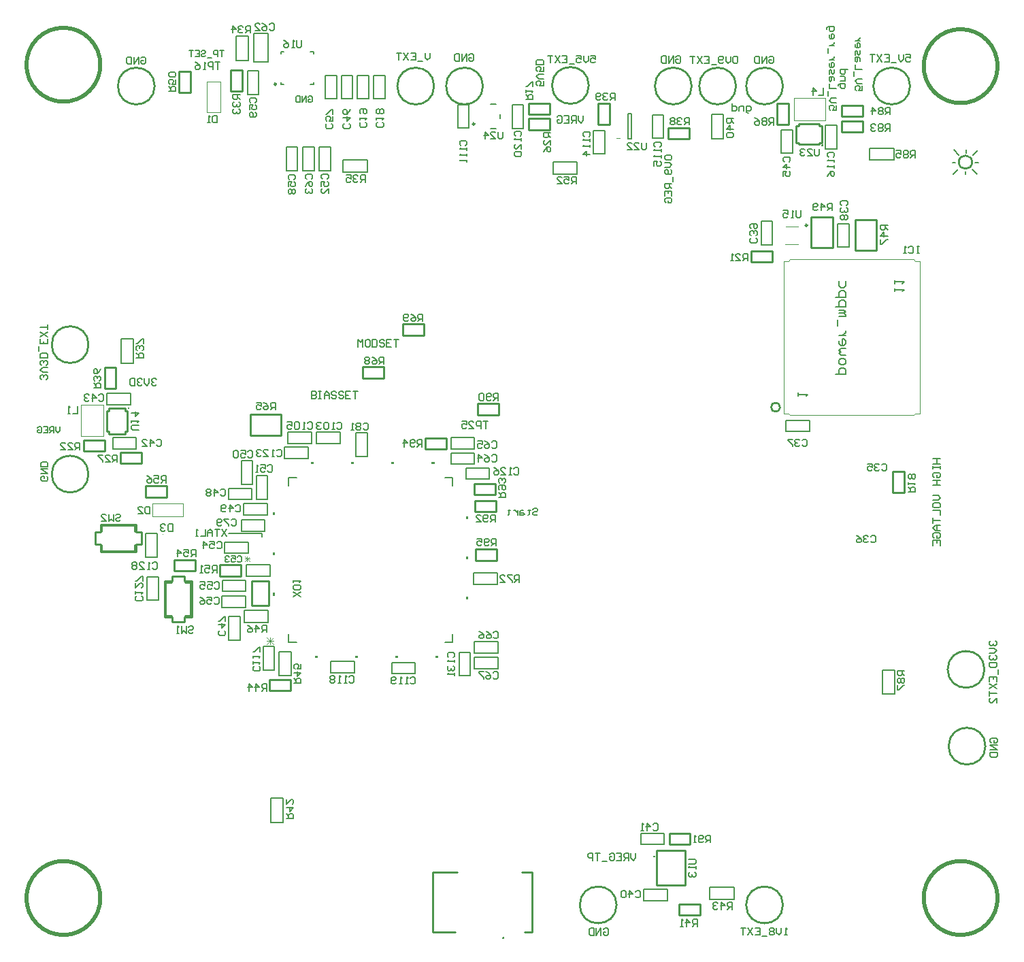
<source format=gbo>
G04*
G04 #@! TF.GenerationSoftware,Altium Limited,Altium Designer,24.2.2 (26)*
G04*
G04 Layer_Color=32896*
%FSLAX25Y25*%
%MOIN*%
G70*
G04*
G04 #@! TF.SameCoordinates,68C129F3-C7C4-414E-B264-5C09C29A3FA5*
G04*
G04*
G04 #@! TF.FilePolarity,Positive*
G04*
G01*
G75*
%ADD10C,0.02000*%
%ADD11C,0.01000*%
%ADD12C,0.00600*%
%ADD13C,0.00394*%
%ADD15C,0.00591*%
%ADD16C,0.00787*%
%ADD17C,0.00700*%
%ADD19C,0.00500*%
%ADD20C,0.00300*%
%ADD145C,0.00984*%
G36*
X308743Y174109D02*
X307743D01*
Y175609D01*
X308743D01*
Y174109D01*
D02*
G37*
G36*
X329818Y144691D02*
X328318D01*
Y143691D01*
X329818D01*
Y144691D01*
D02*
G37*
G36*
X349503D02*
X348003D01*
Y143691D01*
X349503D01*
Y144691D01*
D02*
G37*
G36*
X308743Y193794D02*
X307743D01*
Y195294D01*
X308743D01*
Y193794D01*
D02*
G37*
G36*
Y213479D02*
X307743D01*
Y214979D01*
X308743D01*
Y213479D01*
D02*
G37*
G36*
X327849Y238491D02*
X326349D01*
Y239491D01*
X327849D01*
Y238491D01*
D02*
G37*
G36*
X347534D02*
X346035D01*
Y239491D01*
X347534D01*
Y238491D01*
D02*
G37*
G36*
X369188Y144691D02*
X367688D01*
Y143691D01*
X369188D01*
Y144691D01*
D02*
G37*
G36*
X388873D02*
X387373D01*
Y143691D01*
X388873D01*
Y144691D01*
D02*
G37*
G36*
X402543Y172141D02*
X403543D01*
Y173641D01*
X402543D01*
Y172141D01*
D02*
G37*
G36*
Y191826D02*
X403543D01*
Y193326D01*
X402543D01*
Y191826D01*
D02*
G37*
G36*
X367219Y238491D02*
X365720D01*
Y239491D01*
X367219D01*
Y238491D01*
D02*
G37*
G36*
X386905D02*
X385404D01*
Y239491D01*
X386905D01*
Y238491D01*
D02*
G37*
G36*
X402543Y211511D02*
X403543D01*
Y213011D01*
X402543D01*
Y211511D01*
D02*
G37*
D10*
X662795Y433563D02*
G03*
X662795Y433563I-18110J0D01*
G01*
Y25984D02*
G03*
X662795Y25984I-18110J0D01*
G01*
X223228D02*
G03*
X223228Y25984I-18110J0D01*
G01*
Y434252D02*
G03*
X223228Y434252I-18110J0D01*
G01*
D11*
X650306Y386516D02*
G03*
X650306Y386516I-3258J0D01*
G01*
X556205Y266443D02*
G03*
X556205Y266443I-2185J0D01*
G01*
X569602Y355596D02*
G03*
X569602Y355596I-510J0D01*
G01*
X656800Y100400D02*
G03*
X656800Y100400I-9000J0D01*
G01*
X656343Y137992D02*
G03*
X656343Y137992I-9000J0D01*
G01*
X217400Y297100D02*
G03*
X217400Y297100I-9000J0D01*
G01*
Y233700D02*
G03*
X217400Y233700I-9000J0D01*
G01*
X462500Y424100D02*
G03*
X462500Y424100I-9000J0D01*
G01*
X576949Y394748D02*
G03*
X576949Y394748I-200J0D01*
G01*
X309341Y424732D02*
G03*
X309341Y424732I-500J0D01*
G01*
X237112Y265900D02*
G03*
X237112Y265900I-200J0D01*
G01*
X410600Y423801D02*
G03*
X410600Y423801I-9000J0D01*
G01*
X512900D02*
G03*
X512900Y423801I-9000J0D01*
G01*
X557600D02*
G03*
X557600Y423801I-9000J0D01*
G01*
X534600D02*
G03*
X534600Y423801I-9000J0D01*
G01*
X619900D02*
G03*
X619900Y423801I-9000J0D01*
G01*
X476100Y22600D02*
G03*
X476100Y22600I-9000J0D01*
G01*
X420736Y6552D02*
G03*
X420736Y6552I-200J0D01*
G01*
X557600Y22600D02*
G03*
X557600Y22600I-9000J0D01*
G01*
X249800Y423801D02*
G03*
X249800Y423801I-9000J0D01*
G01*
X386700D02*
G03*
X386700Y423801I-9000J0D01*
G01*
X494562Y46321D02*
G03*
X494562Y46321I-200J0D01*
G01*
X381650Y301650D02*
Y307150D01*
X371350D02*
X381650D01*
X371350Y301650D02*
Y307150D01*
Y301650D02*
X381650D01*
X245300Y222350D02*
Y227850D01*
Y222350D02*
X255600D01*
Y227850D01*
X245300D02*
X255600D01*
X560250Y404850D02*
Y415150D01*
X554750Y404850D02*
X560250D01*
X554750D02*
Y415150D01*
X560250D01*
X407950Y268250D02*
X418250D01*
Y262750D02*
Y268250D01*
X407950Y262750D02*
X418250D01*
X407950D02*
Y268250D01*
X259450Y191750D02*
X269750D01*
Y186250D02*
Y191750D01*
X259450Y186250D02*
X269750D01*
X259450D02*
Y191750D01*
X261750Y420750D02*
Y431050D01*
X267250D01*
Y420750D02*
Y431050D01*
X261750Y420750D02*
X267250D01*
X406400Y229050D02*
X416700D01*
Y223550D02*
Y229050D01*
X406400Y223550D02*
X416700D01*
X406400D02*
Y229050D01*
X382450Y251450D02*
X392750D01*
Y245950D02*
Y251450D01*
X382450Y245950D02*
X392750D01*
X382450D02*
Y251450D01*
X407100Y196950D02*
X417400D01*
Y191450D02*
Y196950D01*
X407100Y191450D02*
X417400D01*
X407100D02*
Y196950D01*
X406700Y220750D02*
X417000D01*
Y215250D02*
Y220750D01*
X406700Y215250D02*
X417000D01*
X406700D02*
Y220750D01*
X297468Y181205D02*
X305735D01*
X297468Y169197D02*
Y181205D01*
Y169197D02*
X305735D01*
Y181205D01*
X576700Y396101D02*
Y404419D01*
X575500D02*
X576700D01*
X564200Y396101D02*
Y404419D01*
Y396101D02*
X565400D01*
X575500D02*
X576700D01*
X575500Y395210D02*
Y396101D01*
X565400Y395210D02*
Y396101D01*
Y395210D02*
X575500D01*
X564200Y404419D02*
X565400D01*
X575500D02*
Y405310D01*
X565400D02*
X575500D01*
X565400Y404419D02*
Y405310D01*
X227241Y265851D02*
X235559D01*
X227241Y264651D02*
Y265851D01*
Y253351D02*
X235559D01*
Y254551D01*
Y264651D02*
Y265851D01*
Y264651D02*
X236450D01*
X235559Y254551D02*
X236450D01*
Y264651D01*
X227241Y253351D02*
Y254551D01*
X226350Y264651D02*
X227241D01*
X226350Y254551D02*
Y264651D01*
Y254551D02*
X227241D01*
X223800Y208500D02*
X240200D01*
Y205660D02*
Y208500D01*
X223800Y196100D02*
X240200D01*
X223800D02*
Y198940D01*
Y205660D02*
Y208500D01*
X240200Y196100D02*
Y198940D01*
X220750Y199250D02*
Y205350D01*
Y199250D02*
X223300D01*
X240700D02*
X243250D01*
Y205350D01*
X240700D02*
X243250D01*
X220750D02*
X223300D01*
Y209000D01*
Y195600D02*
Y199250D01*
Y195600D02*
X240700D01*
Y199250D01*
Y205350D02*
Y209000D01*
X223300D02*
X240700D01*
X255100Y164250D02*
Y180650D01*
X257940D01*
X267500Y164250D02*
Y180650D01*
X264660Y164250D02*
X267500D01*
X255100D02*
X257940D01*
X264660Y180650D02*
X267500D01*
X258250Y161200D02*
X264350D01*
Y163750D01*
Y181150D02*
Y183700D01*
X258250D02*
X264350D01*
X258250Y181150D02*
Y183700D01*
Y161200D02*
Y163750D01*
X254600D02*
X258250D01*
X264350D02*
X268000D01*
Y181150D01*
X264350D02*
X268000D01*
X254600D02*
X258250D01*
X254600Y163750D02*
Y181150D01*
X501909Y52134D02*
Y57634D01*
Y52134D02*
X512209D01*
Y57634D01*
X501909D02*
X512209D01*
X586450Y408951D02*
Y414451D01*
Y408951D02*
X596750D01*
Y414451D01*
X586450D02*
X596750D01*
X596800Y401151D02*
Y406651D01*
X586500D02*
X596800D01*
X586500Y401151D02*
Y406651D01*
Y401151D02*
X596800D01*
X362100Y280650D02*
Y286150D01*
X351800D02*
X362100D01*
X351800Y280650D02*
Y286150D01*
Y280650D02*
X362100D01*
X291950Y183651D02*
Y189151D01*
X281650D02*
X291950D01*
X281650Y183651D02*
Y189151D01*
Y183651D02*
X291950D01*
X582000Y344500D02*
Y359500D01*
X571500Y344500D02*
Y359500D01*
Y344500D02*
X582000D01*
X571500Y359500D02*
X582000D01*
X593000Y343300D02*
Y358300D01*
X603500Y343300D02*
Y358300D01*
X593000D02*
X603500D01*
X593000Y343300D02*
X603500D01*
X316400Y127550D02*
Y133050D01*
X306100D02*
X316400D01*
X306100Y127550D02*
Y133050D01*
Y127550D02*
X316400D01*
X517150Y17551D02*
Y23051D01*
X506850D02*
X517150D01*
X506850Y17551D02*
Y23051D01*
Y17551D02*
X517150D01*
X467150Y415251D02*
X472650D01*
X467150Y404951D02*
Y415251D01*
Y404951D02*
X472650D01*
Y415251D01*
X511850Y397850D02*
Y403350D01*
X501550D02*
X511850D01*
X501550Y397850D02*
Y403350D01*
Y397850D02*
X511850D01*
X225350Y286001D02*
X230850D01*
X225350Y275701D02*
Y286001D01*
Y275701D02*
X230850D01*
Y286001D01*
X287071Y421260D02*
X292571D01*
Y431560D01*
X287071D02*
X292571D01*
X287071Y421260D02*
Y431560D01*
X243250Y238951D02*
Y244451D01*
X232950D02*
X243250D01*
X232950Y238951D02*
Y244451D01*
Y238951D02*
X243250D01*
X443500Y402451D02*
Y407951D01*
X433200D02*
X443500D01*
X433200Y402451D02*
Y407951D01*
Y402451D02*
X443500D01*
X225450Y244851D02*
Y250351D01*
X215150D02*
X225450D01*
X215150Y244851D02*
Y250351D01*
Y244851D02*
X225450D01*
X552378Y337511D02*
Y343011D01*
X542078D02*
X552378D01*
X542078Y337511D02*
Y343011D01*
Y337511D02*
X552378D01*
X611408Y234880D02*
X616908D01*
X611408Y224580D02*
Y234880D01*
Y224580D02*
X616908D01*
Y234880D01*
X433200Y409951D02*
Y415451D01*
Y409951D02*
X443500D01*
Y415451D01*
X433200D02*
X443500D01*
X386009Y9124D02*
Y38478D01*
X430969Y9124D02*
X434591D01*
X386009D02*
X397111D01*
X434591D02*
Y38478D01*
X386009D02*
X398095D01*
X429788D02*
X434591D01*
X296700Y263001D02*
X311700D01*
X296700Y252501D02*
X311700D01*
Y263001D01*
X296700Y252501D02*
Y263001D01*
X495839Y49273D02*
X509618D01*
X495839Y32147D02*
X509618D01*
Y49273D01*
X495839Y32147D02*
Y49273D01*
D12*
X315393Y151341D02*
X319334D01*
X315393D02*
Y155283D01*
Y231841D02*
X319334D01*
X395893Y227900D02*
Y231841D01*
X391951Y151341D02*
X395893D01*
X315393Y227900D02*
Y231841D01*
X391951D02*
X395893D01*
Y151341D02*
Y155283D01*
X298421Y449747D02*
X305421D01*
X298421Y435547D02*
X305421D01*
X298421D02*
Y449747D01*
X305421Y435547D02*
Y449747D01*
D13*
X253832Y204077D02*
G03*
X253832Y204077I-200J0D01*
G01*
X621736Y338884D02*
X622524Y338096D01*
X624886D01*
X624886Y263293D02*
X624886Y338096D01*
X622524Y263293D02*
X624886D01*
X621736Y262506D02*
X622524Y263293D01*
X561106Y338884D02*
X621736D01*
X560319Y338096D02*
X561106Y338884D01*
X557957Y338096D02*
X560319D01*
X561106Y262506D02*
X621736D01*
X557957Y263293D02*
X557957Y338096D01*
X560319Y263293D02*
X561106Y262506D01*
X557957Y263293D02*
X560319D01*
X558992Y355096D02*
X565092D01*
X558892Y346196D02*
X564992D01*
X578477Y406901D02*
Y417901D01*
X563221D02*
X578477D01*
X563221Y406901D02*
Y417901D01*
Y406901D02*
X578477D01*
X213800Y267578D02*
X224800D01*
X213800Y252322D02*
Y267578D01*
Y252322D02*
X224800D01*
Y267578D01*
X248820Y215289D02*
Y216913D01*
Y217725D02*
Y219349D01*
Y212853D02*
Y214477D01*
Y216913D02*
Y217725D01*
Y214477D02*
Y215289D01*
Y212853D02*
X263780D01*
Y219349D01*
X248820D02*
X263780D01*
X277909Y410830D02*
X279533D01*
X275473D02*
X277097D01*
X280345D02*
X281969D01*
X277097D02*
X277909D01*
X279533D02*
X280345D01*
X281969D02*
Y425791D01*
X275473D02*
X281969D01*
X275473Y410830D02*
Y425791D01*
X476066Y398213D02*
X477566D01*
D15*
X314350Y382350D02*
X319850D01*
Y393850D01*
X314350D02*
X319850D01*
X314350Y382350D02*
Y393850D01*
X404450Y134850D02*
Y146350D01*
X398950Y134850D02*
X404450D01*
X398950D02*
Y146350D01*
X404450D01*
X250950Y193000D02*
Y204500D01*
X245450Y193000D02*
X250950D01*
X245450D02*
Y204500D01*
X250950D01*
X251650Y171850D02*
Y183350D01*
X246150Y171850D02*
X251650D01*
X246150D02*
Y183350D01*
X251650D01*
X402350Y236751D02*
X413850D01*
Y231251D02*
Y236751D01*
X402350Y231251D02*
X413850D01*
X402350D02*
Y236751D01*
X313450Y241350D02*
X324950D01*
X313450D02*
Y246850D01*
X324950D01*
Y241350D02*
Y246850D01*
X425050Y403051D02*
Y414551D01*
X430550D01*
Y403051D02*
Y414551D01*
X425050Y403051D02*
X430550D01*
X366050Y141350D02*
X377550D01*
Y135850D02*
Y141350D01*
X366050Y135850D02*
X377550D01*
X366050D02*
Y141350D01*
X336150Y136450D02*
X347650D01*
X336150D02*
Y141950D01*
X347650D01*
Y136450D02*
Y141950D01*
X308550Y137750D02*
Y149250D01*
X303050Y137750D02*
X308550D01*
X303050D02*
Y149250D01*
X308550D01*
X584050Y393050D02*
Y404550D01*
X578550Y393050D02*
X584050D01*
X578550D02*
Y404550D01*
X584050D01*
X493650Y398150D02*
Y409650D01*
X499150D01*
Y398150D02*
Y409650D01*
X493650Y398150D02*
X499150D01*
X470350Y390550D02*
Y402050D01*
X464850Y390550D02*
X470350D01*
X464850D02*
Y402050D01*
X470350D01*
X398350Y403251D02*
Y414751D01*
X403850D01*
Y403251D02*
Y414751D01*
X398350Y403251D02*
X403850D01*
X315159Y248684D02*
X326659D01*
X315159D02*
Y254184D01*
X326659D01*
Y248684D02*
Y254184D01*
X329143D02*
X340643D01*
Y248684D02*
Y254184D01*
X329143Y248684D02*
X340643D01*
X329143D02*
Y254184D01*
X348550Y242350D02*
Y253850D01*
X354050D01*
Y242350D02*
Y253850D01*
X348550Y242350D02*
X354050D01*
X292350Y205750D02*
X303850D01*
X292350D02*
Y211250D01*
X303850D01*
Y205750D02*
Y211250D01*
X406550Y143850D02*
X418050D01*
Y138350D02*
Y143850D01*
X406550Y138350D02*
X418050D01*
X406550D02*
Y143850D01*
X406400Y151500D02*
X417900D01*
Y146000D02*
Y151500D01*
X406400Y146000D02*
X417900D01*
X406400D02*
Y151500D01*
X394900Y251550D02*
X406400D01*
Y246050D02*
Y251550D01*
X394900Y246050D02*
X406400D01*
X394900D02*
Y251550D01*
X395000Y244101D02*
X406500D01*
Y238601D02*
Y244101D01*
X395000Y238601D02*
X406500D01*
X395000D02*
Y244101D01*
X322471Y382360D02*
Y393860D01*
X327971D01*
Y382360D02*
Y393860D01*
X322471Y382360D02*
X327971D01*
X300771Y419760D02*
Y431260D01*
X295271Y419760D02*
X300771D01*
X295271D02*
Y431260D01*
X300771D01*
X338971Y417610D02*
Y429110D01*
X333471Y417610D02*
X338971D01*
X333471D02*
Y429110D01*
X338971D01*
X282850Y168351D02*
X294350D01*
X282850D02*
Y173851D01*
X294350D01*
Y168351D02*
Y173851D01*
X282950Y176151D02*
X294450D01*
X282950D02*
Y181651D01*
X294450D01*
Y176151D02*
Y181651D01*
X284150Y194950D02*
X295650D01*
X284150D02*
Y200450D01*
X295650D01*
Y194950D02*
Y200450D01*
X294850Y183750D02*
X306350D01*
X294850D02*
Y189250D01*
X306350D01*
Y183750D02*
Y189250D01*
X330450Y382350D02*
Y393850D01*
X335950D01*
Y382350D02*
Y393850D01*
X330450Y382350D02*
X335950D01*
X299650Y221350D02*
Y232850D01*
X305150D01*
Y221350D02*
Y232850D01*
X299650Y221350D02*
X305150D01*
X292250Y228700D02*
Y240200D01*
X297750D01*
Y228700D02*
Y240200D01*
X292250Y228700D02*
X297750D01*
X293450Y213750D02*
X304950D01*
X293450D02*
Y219250D01*
X304950D01*
Y213750D02*
Y219250D01*
X285950Y221250D02*
X297450D01*
X285950D02*
Y226750D01*
X297450D01*
Y221250D02*
Y226750D01*
X291650Y152350D02*
Y163850D01*
X286150Y152350D02*
X291650D01*
X286150D02*
Y163850D01*
X291650D01*
X346838Y417610D02*
Y429110D01*
X341338Y417610D02*
X346838D01*
X341338D02*
Y429110D01*
X346838D01*
X562250Y390851D02*
Y402351D01*
X556750Y390851D02*
X562250D01*
X556750D02*
Y402351D01*
X562250D01*
X226500Y273251D02*
X238000D01*
Y267751D02*
Y273251D01*
X226500Y267751D02*
X238000D01*
X226500D02*
Y273251D01*
X229250Y251551D02*
X240750D01*
Y246051D02*
Y251551D01*
X229250Y246051D02*
X240750D01*
X229250D02*
Y251551D01*
X488013Y57634D02*
X499513D01*
Y52134D02*
Y57634D01*
X488013Y52134D02*
X499513D01*
X488013D02*
Y57634D01*
X489490Y24771D02*
X500990D01*
X489490D02*
Y30271D01*
X500990D01*
Y24771D02*
Y30271D01*
X546939Y346027D02*
Y357527D01*
X552439D01*
Y346027D02*
Y357527D01*
X546939Y346027D02*
X552439D01*
X590037Y344945D02*
Y356445D01*
X584537Y344945D02*
X590037D01*
X584537D02*
Y356445D01*
X590037D01*
X559195Y254539D02*
X570695D01*
X559195D02*
Y260039D01*
X570695D01*
Y254539D02*
Y260039D01*
X354705Y417610D02*
Y429110D01*
X349205Y417610D02*
X354705D01*
X349205D02*
Y429110D01*
X354705D01*
X362571Y417610D02*
Y429110D01*
X357071Y417610D02*
X362571D01*
X357071D02*
Y429110D01*
X362571D01*
X414242Y415005D02*
X417195D01*
X419163Y407918D02*
Y410084D01*
X414242Y402997D02*
X417195D01*
D16*
X483550Y398110D02*
Y410315D01*
X481582Y398110D02*
Y410315D01*
X483550D01*
X481582Y398110D02*
X483550D01*
X311570Y424461D02*
Y425543D01*
Y439520D02*
Y440602D01*
X327712Y424461D02*
Y425543D01*
Y439520D02*
Y440602D01*
X311570Y424461D02*
X313145D01*
X326137D02*
X327712D01*
X311570Y440602D02*
X313145D01*
X326137D02*
X327712D01*
X612287Y323135D02*
Y324710D01*
Y323922D01*
X617010D01*
X616223Y323135D01*
X612287Y327071D02*
Y328645D01*
Y327858D01*
X617010D01*
X616223Y327071D01*
X583547Y282584D02*
X588270D01*
Y284946D01*
X587483Y285733D01*
X585909D01*
X585121Y284946D01*
Y282584D01*
Y288094D02*
Y289669D01*
X585909Y290456D01*
X587483D01*
X588270Y289669D01*
Y288094D01*
X587483Y287307D01*
X585909D01*
X585121Y288094D01*
X588270Y292030D02*
X585909D01*
X585121Y292817D01*
X585909Y293604D01*
X585121Y294392D01*
X585909Y295179D01*
X588270D01*
X585121Y299114D02*
Y297540D01*
X585909Y296753D01*
X587483D01*
X588270Y297540D01*
Y299114D01*
X587483Y299902D01*
X586696D01*
Y296753D01*
X588270Y301476D02*
X585121D01*
X586696D01*
X587483Y302263D01*
X588270Y303050D01*
Y303837D01*
X584334Y306199D02*
Y309347D01*
X585121Y310922D02*
X588270D01*
Y311709D01*
X587483Y312496D01*
X585121D01*
X587483D01*
X588270Y313283D01*
X587483Y314070D01*
X585121D01*
X583547Y315645D02*
X588270D01*
Y318006D01*
X587483Y318793D01*
X585909D01*
X585121Y318006D01*
Y315645D01*
X583547Y320367D02*
X588270D01*
Y322729D01*
X587483Y323516D01*
X585909D01*
X585121Y322729D01*
Y320367D01*
X588270Y328239D02*
Y325877D01*
X587483Y325090D01*
X585909D01*
X585121Y325877D01*
Y328239D01*
X565043Y271955D02*
Y273529D01*
Y272742D01*
X569766D01*
X568979Y271955D01*
X283713Y441186D02*
X281713D01*
X282713D01*
Y438187D01*
X280714D02*
Y441186D01*
X279214D01*
X278714Y440686D01*
Y439687D01*
X279214Y439187D01*
X280714D01*
X277714Y437687D02*
X275715D01*
X272716Y440686D02*
X273216Y441186D01*
X274216D01*
X274715Y440686D01*
Y440187D01*
X274216Y439687D01*
X273216D01*
X272716Y439187D01*
Y438687D01*
X273216Y438187D01*
X274216D01*
X274715Y438687D01*
X269717Y441186D02*
X271716D01*
Y438187D01*
X269717D01*
X271716Y439687D02*
X270717D01*
X268718Y441186D02*
X266718D01*
X267718D01*
Y438187D01*
D17*
X640650Y386417D02*
X642126D01*
X651772Y386319D02*
X653248D01*
X647244Y391043D02*
Y392520D01*
X646949Y380512D02*
Y381988D01*
X641437Y392520D02*
X643799Y390059D01*
X650394Y383071D02*
X652756Y380610D01*
X650591Y389961D02*
X653051Y392323D01*
X641043Y380709D02*
X643504Y383071D01*
X286200Y204500D02*
X302069D01*
X302300Y204269D01*
Y202800D02*
Y204269D01*
X315834Y378033D02*
X315251Y378616D01*
Y379782D01*
X315834Y380365D01*
X318166D01*
X318749Y379782D01*
Y378616D01*
X318166Y378033D01*
X315251Y374534D02*
Y376866D01*
X317000D01*
X316417Y375700D01*
Y375117D01*
X317000Y374534D01*
X318166D01*
X318749Y375117D01*
Y376283D01*
X318166Y376866D01*
X315834Y373367D02*
X315251Y372784D01*
Y371618D01*
X315834Y371035D01*
X316417D01*
X317000Y371618D01*
X317583Y371035D01*
X318166D01*
X318749Y371618D01*
Y372784D01*
X318166Y373367D01*
X317583D01*
X317000Y372784D01*
X316417Y373367D01*
X315834D01*
X317000Y372784D02*
Y371618D01*
X485500Y47882D02*
Y45549D01*
X484334Y44383D01*
X483167Y45549D01*
Y47882D01*
X482001Y44383D02*
Y47882D01*
X480252D01*
X479669Y47299D01*
Y46133D01*
X480252Y45549D01*
X482001D01*
X480835D02*
X479669Y44383D01*
X476170Y47882D02*
X478502D01*
Y44383D01*
X476170D01*
X478502Y46133D02*
X477336D01*
X472671Y47299D02*
X473254Y47882D01*
X474420D01*
X475003Y47299D01*
Y44966D01*
X474420Y44383D01*
X473254D01*
X472671Y44966D01*
Y46133D01*
X473837D01*
X471504Y43800D02*
X469172D01*
X468006Y47882D02*
X465673D01*
X466839D01*
Y44383D01*
X464507D02*
Y47882D01*
X462757D01*
X462174Y47299D01*
Y46133D01*
X462757Y45549D01*
X464507D01*
X631101Y241200D02*
X634800D01*
X632951D01*
Y238734D01*
X631101D01*
X634800D01*
X631101Y237501D02*
Y236268D01*
Y236885D01*
X634800D01*
Y237501D01*
Y236268D01*
X631718Y231953D02*
X631101Y232570D01*
Y233802D01*
X631718Y234419D01*
X634184D01*
X634800Y233802D01*
Y232570D01*
X634184Y231953D01*
X632951D01*
Y233186D01*
X631101Y230720D02*
X634800D01*
X632951D01*
Y228254D01*
X631101D01*
X634800D01*
X631101Y223323D02*
X633567D01*
X634800Y222090D01*
X633567Y220857D01*
X631101D01*
Y217774D02*
Y219007D01*
X631718Y219624D01*
X634184D01*
X634800Y219007D01*
Y217774D01*
X634184Y217158D01*
X631718D01*
X631101Y217774D01*
Y215925D02*
X634800D01*
Y213459D01*
X631101Y212226D02*
Y209760D01*
Y210993D01*
X634800D01*
Y208527D02*
X632334D01*
X631101Y207294D01*
X632334Y206061D01*
X634800D01*
X632951D01*
Y208527D01*
X631718Y202363D02*
X631101Y202979D01*
Y204212D01*
X631718Y204829D01*
X634184D01*
X634800Y204212D01*
Y202979D01*
X634184Y202363D01*
X632951D01*
Y203595D01*
X631101Y198664D02*
Y201130D01*
X634800D01*
Y198664D01*
X632951Y201130D02*
Y199897D01*
X435167Y216416D02*
X435751Y216999D01*
X436917D01*
X437500Y216416D01*
Y215833D01*
X436917Y215249D01*
X435751D01*
X435167Y214666D01*
Y214083D01*
X435751Y213500D01*
X436917D01*
X437500Y214083D01*
X433418Y216416D02*
Y215833D01*
X434001D01*
X432835D01*
X433418D01*
Y214083D01*
X432835Y213500D01*
X430502Y215833D02*
X429336D01*
X428753Y215249D01*
Y213500D01*
X430502D01*
X431085Y214083D01*
X430502Y214666D01*
X428753D01*
X427587Y215833D02*
Y213500D01*
Y214666D01*
X427003Y215249D01*
X426420Y215833D01*
X425837D01*
X423504Y216416D02*
Y215833D01*
X424088D01*
X422921D01*
X423504D01*
Y214083D01*
X422921Y213500D01*
X349500Y296100D02*
Y299599D01*
X350666Y298433D01*
X351833Y299599D01*
Y296100D01*
X354748Y299599D02*
X353582D01*
X352999Y299016D01*
Y296683D01*
X353582Y296100D01*
X354748D01*
X355331Y296683D01*
Y299016D01*
X354748Y299599D01*
X356498D02*
Y296100D01*
X358247D01*
X358830Y296683D01*
Y299016D01*
X358247Y299599D01*
X356498D01*
X362329Y299016D02*
X361746Y299599D01*
X360580D01*
X359997Y299016D01*
Y298433D01*
X360580Y297849D01*
X361746D01*
X362329Y297266D01*
Y296683D01*
X361746Y296100D01*
X360580D01*
X359997Y296683D01*
X365828Y299599D02*
X363495D01*
Y296100D01*
X365828D01*
X363495Y297849D02*
X364662D01*
X366994Y299599D02*
X369327D01*
X368161D01*
Y296100D01*
X326600Y274199D02*
Y270700D01*
X328349D01*
X328933Y271283D01*
Y271866D01*
X328349Y272449D01*
X326600D01*
X328349D01*
X328933Y273033D01*
Y273616D01*
X328349Y274199D01*
X326600D01*
X330099D02*
X331265D01*
X330682D01*
Y270700D01*
X330099D01*
X331265D01*
X333015D02*
Y273033D01*
X334181Y274199D01*
X335347Y273033D01*
Y270700D01*
Y272449D01*
X333015D01*
X338846Y273616D02*
X338263Y274199D01*
X337097D01*
X336513Y273616D01*
Y273033D01*
X337097Y272449D01*
X338263D01*
X338846Y271866D01*
Y271283D01*
X338263Y270700D01*
X337097D01*
X336513Y271283D01*
X342345Y273616D02*
X341762Y274199D01*
X340596D01*
X340012Y273616D01*
Y273033D01*
X340596Y272449D01*
X341762D01*
X342345Y271866D01*
Y271283D01*
X341762Y270700D01*
X340596D01*
X340012Y271283D01*
X345844Y274199D02*
X343511D01*
Y270700D01*
X345844D01*
X343511Y272449D02*
X344677D01*
X347010Y274199D02*
X349343D01*
X348176D01*
Y270700D01*
X500301Y389900D02*
X499718Y389317D01*
Y388151D01*
X500301Y387567D01*
X502634D01*
X503217Y388151D01*
Y389317D01*
X502634Y389900D01*
X500301D01*
X499718Y386401D02*
X502051D01*
X503217Y385235D01*
X502051Y384069D01*
X499718D01*
X502634Y382902D02*
X503217Y382319D01*
Y381153D01*
X502634Y380570D01*
X500301D01*
X499718Y381153D01*
Y382319D01*
X500301Y382902D01*
X500884D01*
X501467Y382319D01*
Y380570D01*
X503800Y379403D02*
Y377071D01*
X503217Y375904D02*
X499718D01*
Y374155D01*
X500301Y373572D01*
X501467D01*
X502051Y374155D01*
Y375904D01*
Y374738D02*
X503217Y373572D01*
X499718Y370073D02*
Y372406D01*
X503217D01*
Y370073D01*
X501467Y372406D02*
Y371239D01*
X500301Y366574D02*
X499718Y367157D01*
Y368324D01*
X500301Y368907D01*
X502634D01*
X503217Y368324D01*
Y367157D01*
X502634Y366574D01*
X501467D01*
Y367741D01*
X459800Y409199D02*
Y406866D01*
X458634Y405700D01*
X457467Y406866D01*
Y409199D01*
X456301Y405700D02*
Y409199D01*
X454552D01*
X453968Y408616D01*
Y407449D01*
X454552Y406866D01*
X456301D01*
X455135D02*
X453968Y405700D01*
X450470Y409199D02*
X452802D01*
Y405700D01*
X450470D01*
X452802Y407449D02*
X451636D01*
X446971Y408616D02*
X447554Y409199D01*
X448720D01*
X449303Y408616D01*
Y406283D01*
X448720Y405700D01*
X447554D01*
X446971Y406283D01*
Y407449D01*
X448137D01*
X596482Y423833D02*
Y421500D01*
X594733D01*
X595316Y422666D01*
Y423249D01*
X594733Y423833D01*
X593566D01*
X592983Y423249D01*
Y422083D01*
X593566Y421500D01*
X596482Y424999D02*
X594149D01*
X592983Y426165D01*
X594149Y427331D01*
X596482D01*
X592400Y428498D02*
Y430830D01*
X596482Y431997D02*
X592983D01*
Y434329D01*
X595316Y436079D02*
Y437245D01*
X594733Y437828D01*
X592983D01*
Y436079D01*
X593566Y435496D01*
X594149Y436079D01*
Y437828D01*
X592983Y438994D02*
Y440744D01*
X593566Y441327D01*
X594149Y440744D01*
Y439577D01*
X594733Y438994D01*
X595316Y439577D01*
Y441327D01*
X592983Y444243D02*
Y443076D01*
X593566Y442493D01*
X594733D01*
X595316Y443076D01*
Y444243D01*
X594733Y444826D01*
X594149D01*
Y442493D01*
X595316Y445992D02*
X592983D01*
X594149D01*
X594733Y446575D01*
X595316Y447158D01*
Y447742D01*
X540834Y410500D02*
X540251D01*
X539667Y411083D01*
Y413999D01*
X541417D01*
X542000Y413416D01*
Y412249D01*
X541417Y411666D01*
X539667D01*
X538501D02*
Y413999D01*
X536752D01*
X536168Y413416D01*
Y411666D01*
X532670Y415165D02*
Y411666D01*
X534419D01*
X535002Y412249D01*
Y413416D01*
X534419Y413999D01*
X532670D01*
X203500Y256800D02*
Y254801D01*
X202500Y253801D01*
X201501Y254801D01*
Y256800D01*
X200501Y253801D02*
Y256800D01*
X199001D01*
X198502Y256300D01*
Y255300D01*
X199001Y254801D01*
X200501D01*
X199501D02*
X198502Y253801D01*
X195503Y256800D02*
X197502D01*
Y253801D01*
X195503D01*
X197502Y255300D02*
X196502D01*
X192504Y256300D02*
X193003Y256800D01*
X194003D01*
X194503Y256300D01*
Y254301D01*
X194003Y253801D01*
X193003D01*
X192504Y254301D01*
Y255300D01*
X193503D01*
X584700Y423866D02*
Y424449D01*
X585283Y425033D01*
X588199D01*
Y423283D01*
X587616Y422700D01*
X586449D01*
X585866Y423283D01*
Y425033D01*
Y426199D02*
X588199D01*
Y427948D01*
X587616Y428531D01*
X585866D01*
X589365Y432030D02*
X585866D01*
Y430281D01*
X586449Y429698D01*
X587616D01*
X588199Y430281D01*
Y432030D01*
X583765Y414433D02*
Y412100D01*
X582016D01*
X582599Y413266D01*
Y413849D01*
X582016Y414433D01*
X580849D01*
X580266Y413849D01*
Y412683D01*
X580849Y412100D01*
X583765Y415599D02*
X581433D01*
X580266Y416765D01*
X581433Y417931D01*
X583765D01*
X579683Y419098D02*
Y421430D01*
X583765Y422597D02*
X580266D01*
Y424929D01*
X582599Y426679D02*
Y427845D01*
X582016Y428428D01*
X580266D01*
Y426679D01*
X580849Y426095D01*
X581433Y426679D01*
Y428428D01*
X580266Y429594D02*
Y431344D01*
X580849Y431927D01*
X581433Y431344D01*
Y430177D01*
X582016Y429594D01*
X582599Y430177D01*
Y431927D01*
X580266Y434843D02*
Y433676D01*
X580849Y433093D01*
X582016D01*
X582599Y433676D01*
Y434843D01*
X582016Y435426D01*
X581433D01*
Y433093D01*
X582599Y436592D02*
X580266D01*
X581433D01*
X582016Y437175D01*
X582599Y437758D01*
Y438342D01*
X579683Y440091D02*
Y442423D01*
X582599Y443590D02*
X580266D01*
X581433D01*
X582016Y444173D01*
X582599Y444756D01*
Y445339D01*
X580266Y448838D02*
Y447672D01*
X580849Y447089D01*
X582016D01*
X582599Y447672D01*
Y448838D01*
X582016Y449421D01*
X581433D01*
Y447089D01*
X579100Y451754D02*
Y452337D01*
X579683Y452920D01*
X582599D01*
Y451171D01*
X582016Y450588D01*
X580849D01*
X580266Y451171D01*
Y452920D01*
X617867Y439282D02*
X620200D01*
Y437533D01*
X619034Y438116D01*
X618451D01*
X617867Y437533D01*
Y436366D01*
X618451Y435783D01*
X619617D01*
X620200Y436366D01*
X616701Y439282D02*
Y436949D01*
X615535Y435783D01*
X614368Y436949D01*
Y439282D01*
X613202Y435200D02*
X610870D01*
X607371Y439282D02*
X609703D01*
Y435783D01*
X607371D01*
X609703Y437533D02*
X608537D01*
X606205Y439282D02*
X603872Y435783D01*
Y439282D02*
X606205Y435783D01*
X602706Y439282D02*
X600373D01*
X601539D01*
Y435783D01*
X505167Y438016D02*
X505751Y438599D01*
X506917D01*
X507500Y438016D01*
Y435683D01*
X506917Y435100D01*
X505751D01*
X505167Y435683D01*
Y436849D01*
X506334D01*
X504001Y435100D02*
Y438599D01*
X501669Y435100D01*
Y438599D01*
X500502D02*
Y435100D01*
X498753D01*
X498170Y435683D01*
Y438016D01*
X498753Y438599D01*
X500502D01*
X440299Y426233D02*
Y423900D01*
X438549D01*
X439133Y425066D01*
Y425649D01*
X438549Y426233D01*
X437383D01*
X436800Y425649D01*
Y424483D01*
X437383Y423900D01*
X440299Y427399D02*
X437966D01*
X436800Y428565D01*
X437966Y429732D01*
X440299D01*
Y433230D02*
Y430898D01*
X438549D01*
X439133Y432064D01*
Y432647D01*
X438549Y433230D01*
X437383D01*
X436800Y432647D01*
Y431481D01*
X437383Y430898D01*
X440299Y434397D02*
X436800D01*
Y436146D01*
X437383Y436729D01*
X439716D01*
X440299Y436146D01*
Y434397D01*
X250700Y279917D02*
X250117Y280500D01*
X248951D01*
X248367Y279917D01*
Y279333D01*
X248951Y278750D01*
X249534D01*
X248951D01*
X248367Y278167D01*
Y277584D01*
X248951Y277001D01*
X250117D01*
X250700Y277584D01*
X247201Y280500D02*
Y278167D01*
X246035Y277001D01*
X244869Y278167D01*
Y280500D01*
X243702Y279917D02*
X243119Y280500D01*
X241953D01*
X241370Y279917D01*
Y279333D01*
X241953Y278750D01*
X242536D01*
X241953D01*
X241370Y278167D01*
Y277584D01*
X241953Y277001D01*
X243119D01*
X243702Y277584D01*
X240203Y280500D02*
Y277001D01*
X238454D01*
X237871Y277584D01*
Y279917D01*
X238454Y280500D01*
X240203D01*
X535500Y437799D02*
X534917Y438382D01*
X533751D01*
X533167Y437799D01*
Y435466D01*
X533751Y434883D01*
X534917D01*
X535500Y435466D01*
Y437799D01*
X532001Y438382D02*
Y436049D01*
X530835Y434883D01*
X529669Y436049D01*
Y438382D01*
X528502Y435466D02*
X527919Y434883D01*
X526753D01*
X526170Y435466D01*
Y437799D01*
X526753Y438382D01*
X527919D01*
X528502Y437799D01*
Y437216D01*
X527919Y436633D01*
X526170D01*
X525003Y434300D02*
X522671D01*
X519172Y438382D02*
X521504D01*
Y434883D01*
X519172D01*
X521504Y436633D02*
X520338D01*
X518006Y438382D02*
X515673Y434883D01*
Y438382D02*
X518006Y434883D01*
X514507Y438382D02*
X512174D01*
X513341D01*
Y434883D01*
X463467Y438682D02*
X465800D01*
Y436933D01*
X464634Y437516D01*
X464051D01*
X463467Y436933D01*
Y435766D01*
X464051Y435183D01*
X465217D01*
X465800Y435766D01*
X462301Y438682D02*
Y436349D01*
X461135Y435183D01*
X459969Y436349D01*
Y438682D01*
X456470D02*
X458802D01*
Y436933D01*
X457636Y437516D01*
X457053D01*
X456470Y436933D01*
Y435766D01*
X457053Y435183D01*
X458219D01*
X458802Y435766D01*
X455303Y434600D02*
X452971D01*
X449472Y438682D02*
X451804D01*
Y435183D01*
X449472D01*
X451804Y436933D02*
X450638D01*
X448306Y438682D02*
X445973Y435183D01*
Y438682D02*
X448306Y435183D01*
X444807Y438682D02*
X442474D01*
X443641D01*
Y435183D01*
X550767Y437816D02*
X551351Y438399D01*
X552517D01*
X553100Y437816D01*
Y435483D01*
X552517Y434900D01*
X551351D01*
X550767Y435483D01*
Y436649D01*
X551934D01*
X549601Y434900D02*
Y438399D01*
X547268Y434900D01*
Y438399D01*
X546102D02*
Y434900D01*
X544353D01*
X543770Y435483D01*
Y437816D01*
X544353Y438399D01*
X546102D01*
X403767Y438916D02*
X404351Y439499D01*
X405517D01*
X406100Y438916D01*
Y436583D01*
X405517Y436000D01*
X404351D01*
X403767Y436583D01*
Y437749D01*
X404934D01*
X402601Y436000D02*
Y439499D01*
X400269Y436000D01*
Y439499D01*
X399102D02*
Y436000D01*
X397353D01*
X396770Y436583D01*
Y438916D01*
X397353Y439499D01*
X399102D01*
X384700Y440082D02*
Y437749D01*
X383534Y436583D01*
X382367Y437749D01*
Y440082D01*
X381201Y436000D02*
X378869D01*
X375370Y440082D02*
X377702D01*
Y436583D01*
X375370D01*
X377702Y438333D02*
X376536D01*
X374203Y440082D02*
X371871Y436583D01*
Y440082D02*
X374203Y436583D01*
X370705Y440082D02*
X368372D01*
X369538D01*
Y436583D01*
X243067Y437516D02*
X243651Y438099D01*
X244817D01*
X245400Y437516D01*
Y435183D01*
X244817Y434600D01*
X243651D01*
X243067Y435183D01*
Y436349D01*
X244234D01*
X241901Y434600D02*
Y438099D01*
X239569Y434600D01*
Y438099D01*
X238402D02*
Y434600D01*
X236653D01*
X236070Y435183D01*
Y437516D01*
X236653Y438099D01*
X238402D01*
X196916Y232633D02*
X197499Y232049D01*
Y230883D01*
X196916Y230300D01*
X194583D01*
X194000Y230883D01*
Y232049D01*
X194583Y232633D01*
X195749D01*
Y231466D01*
X194000Y233799D02*
X197499D01*
X194000Y236131D01*
X197499D01*
Y237298D02*
X194000D01*
Y239047D01*
X194583Y239630D01*
X196916D01*
X197499Y239047D01*
Y237298D01*
X196699Y280000D02*
X197282Y280583D01*
Y281749D01*
X196699Y282333D01*
X196116D01*
X195533Y281749D01*
Y281166D01*
Y281749D01*
X194949Y282333D01*
X194366D01*
X193783Y281749D01*
Y280583D01*
X194366Y280000D01*
X197282Y283499D02*
X194949D01*
X193783Y284665D01*
X194949Y285831D01*
X197282D01*
X196699Y286998D02*
X197282Y287581D01*
Y288747D01*
X196699Y289330D01*
X196116D01*
X195533Y288747D01*
Y288164D01*
Y288747D01*
X194949Y289330D01*
X194366D01*
X193783Y288747D01*
Y287581D01*
X194366Y286998D01*
X197282Y290497D02*
X193783D01*
Y292246D01*
X194366Y292829D01*
X196699D01*
X197282Y292246D01*
Y290497D01*
X193200Y293995D02*
Y296328D01*
X197282Y299827D02*
Y297494D01*
X193783D01*
Y299827D01*
X195533Y297494D02*
Y298661D01*
X197282Y300993D02*
X193783Y303326D01*
X197282D02*
X193783Y300993D01*
X197282Y304492D02*
Y306825D01*
Y305658D01*
X193783D01*
X324901Y418399D02*
X325400Y418899D01*
X326400D01*
X326900Y418399D01*
Y416400D01*
X326400Y415900D01*
X325400D01*
X324901Y416400D01*
Y417400D01*
X325900D01*
X323901Y415900D02*
Y418899D01*
X321902Y415900D01*
Y418899D01*
X320902D02*
Y415900D01*
X319402D01*
X318903Y416400D01*
Y418399D01*
X319402Y418899D01*
X320902D01*
X617149Y137265D02*
X613651D01*
Y135516D01*
X614234Y134933D01*
X615400D01*
X615983Y135516D01*
Y137265D01*
Y136099D02*
X617149Y134933D01*
X614234Y133766D02*
X613651Y133183D01*
Y132017D01*
X614234Y131434D01*
X614817D01*
X615400Y132017D01*
X615983Y131434D01*
X616566D01*
X617149Y132017D01*
Y133183D01*
X616566Y133766D01*
X615983D01*
X615400Y133183D01*
X614817Y133766D01*
X614234D01*
X615400Y133183D02*
Y132017D01*
X613651Y130267D02*
Y127935D01*
X614234D01*
X616566Y130267D01*
X617149D01*
X659759Y102037D02*
X659176Y102620D01*
Y103787D01*
X659759Y104370D01*
X662091D01*
X662675Y103787D01*
Y102620D01*
X662091Y102037D01*
X660925D01*
Y103204D01*
X662675Y100871D02*
X659176D01*
X662675Y98538D01*
X659176D01*
Y97372D02*
X662675D01*
Y95623D01*
X662091Y95040D01*
X659759D01*
X659176Y95623D01*
Y97372D01*
X659467Y151874D02*
X658884Y151291D01*
Y150125D01*
X659467Y149542D01*
X660050D01*
X660634Y150125D01*
Y150708D01*
Y150125D01*
X661217Y149542D01*
X661800D01*
X662383Y150125D01*
Y151291D01*
X661800Y151874D01*
X658884Y148375D02*
X661217D01*
X662383Y147209D01*
X661217Y146043D01*
X658884D01*
X659467Y144877D02*
X658884Y144293D01*
Y143127D01*
X659467Y142544D01*
X660050D01*
X660634Y143127D01*
Y143710D01*
Y143127D01*
X661217Y142544D01*
X661800D01*
X662383Y143127D01*
Y144293D01*
X661800Y144877D01*
X658884Y141378D02*
X662383D01*
Y139628D01*
X661800Y139045D01*
X659467D01*
X658884Y139628D01*
Y141378D01*
X662966Y137879D02*
Y135546D01*
X658884Y132047D02*
Y134380D01*
X662383D01*
Y132047D01*
X660634Y134380D02*
Y133214D01*
X658884Y130881D02*
X662383Y128549D01*
X658884D02*
X662383Y130881D01*
X658884Y127382D02*
Y125050D01*
Y126216D01*
X662383D01*
Y121551D02*
Y123883D01*
X660050Y121551D01*
X659467D01*
X658884Y122134D01*
Y123300D01*
X659467Y123883D01*
X393834Y143807D02*
X393251Y144390D01*
Y145557D01*
X393834Y146140D01*
X396166D01*
X396749Y145557D01*
Y144390D01*
X396166Y143807D01*
X396749Y142641D02*
Y141475D01*
Y142058D01*
X393251D01*
X393834Y142641D01*
Y139725D02*
X393251Y139142D01*
Y137976D01*
X393834Y137393D01*
X394417D01*
X395000Y137976D01*
Y138559D01*
Y137976D01*
X395583Y137393D01*
X396166D01*
X396749Y137976D01*
Y139142D01*
X396166Y139725D01*
X396749Y136226D02*
Y135060D01*
Y135643D01*
X393251D01*
X393834Y136226D01*
X413115Y259549D02*
X410782D01*
X411948D01*
Y256051D01*
X409616D02*
Y259549D01*
X407866D01*
X407283Y258966D01*
Y257800D01*
X407866Y257217D01*
X409616D01*
X403784Y256051D02*
X406117D01*
X403784Y258383D01*
Y258966D01*
X404367Y259549D01*
X405534D01*
X406117Y258966D01*
X400285Y259549D02*
X402618D01*
Y257800D01*
X401452Y258383D01*
X400869D01*
X400285Y257800D01*
Y256634D01*
X400869Y256051D01*
X402035D01*
X402618Y256634D01*
X456365Y375951D02*
Y379449D01*
X454616D01*
X454033Y378866D01*
Y377700D01*
X454616Y377117D01*
X456365D01*
X455199D02*
X454033Y375951D01*
X450534Y379449D02*
X452866D01*
Y377700D01*
X451700Y378283D01*
X451117D01*
X450534Y377700D01*
Y376534D01*
X451117Y375951D01*
X452283D01*
X452866Y376534D01*
X447035Y375951D02*
X449367D01*
X447035Y378283D01*
Y378866D01*
X447618Y379449D01*
X448784D01*
X449367Y378866D01*
X418165Y269751D02*
Y273249D01*
X416416D01*
X415833Y272666D01*
Y271500D01*
X416416Y270917D01*
X418165D01*
X416999D02*
X415833Y269751D01*
X414666Y270334D02*
X414083Y269751D01*
X412917D01*
X412334Y270334D01*
Y272666D01*
X412917Y273249D01*
X414083D01*
X414666Y272666D01*
Y272083D01*
X414083Y271500D01*
X412334D01*
X411167Y272666D02*
X410584Y273249D01*
X409418D01*
X408835Y272666D01*
Y270334D01*
X409418Y269751D01*
X410584D01*
X411167Y270334D01*
Y272666D01*
X380865Y247051D02*
Y250549D01*
X379116D01*
X378533Y249966D01*
Y248800D01*
X379116Y248217D01*
X380865D01*
X379699D02*
X378533Y247051D01*
X377366Y247634D02*
X376783Y247051D01*
X375617D01*
X375034Y247634D01*
Y249966D01*
X375617Y250549D01*
X376783D01*
X377366Y249966D01*
Y249383D01*
X376783Y248800D01*
X375034D01*
X372118Y247051D02*
Y250549D01*
X373867Y248800D01*
X371535D01*
X418251Y222335D02*
X421749D01*
Y224084D01*
X421166Y224667D01*
X420000D01*
X419417Y224084D01*
Y222335D01*
Y223501D02*
X418251Y224667D01*
X418834Y225834D02*
X418251Y226417D01*
Y227583D01*
X418834Y228166D01*
X421166D01*
X421749Y227583D01*
Y226417D01*
X421166Y225834D01*
X420583D01*
X420000Y226417D01*
Y228166D01*
X421166Y229333D02*
X421749Y229916D01*
Y231082D01*
X421166Y231665D01*
X420583D01*
X420000Y231082D01*
Y230499D01*
Y231082D01*
X419417Y231665D01*
X418834D01*
X418251Y231082D01*
Y229916D01*
X418834Y229333D01*
X417065Y198551D02*
Y202049D01*
X415316D01*
X414733Y201466D01*
Y200300D01*
X415316Y199717D01*
X417065D01*
X415899D02*
X414733Y198551D01*
X413566Y199134D02*
X412983Y198551D01*
X411817D01*
X411234Y199134D01*
Y201466D01*
X411817Y202049D01*
X412983D01*
X413566Y201466D01*
Y200883D01*
X412983Y200300D01*
X411234D01*
X407735Y202049D02*
X410067D01*
Y200300D01*
X408901Y200883D01*
X408318D01*
X407735Y200300D01*
Y199134D01*
X408318Y198551D01*
X409484D01*
X410067Y199134D01*
X416665Y210251D02*
Y213749D01*
X414916D01*
X414333Y213166D01*
Y212000D01*
X414916Y211417D01*
X416665D01*
X415499D02*
X414333Y210251D01*
X413166Y210834D02*
X412583Y210251D01*
X411417D01*
X410834Y210834D01*
Y213166D01*
X411417Y213749D01*
X412583D01*
X413166Y213166D01*
Y212583D01*
X412583Y212000D01*
X410834D01*
X407335Y210251D02*
X409667D01*
X407335Y212583D01*
Y213166D01*
X407918Y213749D01*
X409084D01*
X409667Y213166D01*
X269965Y193251D02*
Y196749D01*
X268216D01*
X267633Y196166D01*
Y195000D01*
X268216Y194417D01*
X269965D01*
X268799D02*
X267633Y193251D01*
X264134Y196749D02*
X266466D01*
Y195000D01*
X265300Y195583D01*
X264717D01*
X264134Y195000D01*
Y193834D01*
X264717Y193251D01*
X265883D01*
X266466Y193834D01*
X261218Y193251D02*
Y196749D01*
X262967Y195000D01*
X260635D01*
X314351Y64883D02*
X317849D01*
Y66632D01*
X317266Y67215D01*
X316100D01*
X315517Y66632D01*
Y64883D01*
Y66049D02*
X314351Y67215D01*
Y70131D02*
X317849D01*
X316100Y68382D01*
Y70714D01*
X314351Y74213D02*
Y71881D01*
X316683Y74213D01*
X317266D01*
X317849Y73630D01*
Y72464D01*
X317266Y71881D01*
X309590Y245166D02*
X310174Y245749D01*
X311340D01*
X311923Y245166D01*
Y242834D01*
X311340Y242251D01*
X310174D01*
X309590Y242834D01*
X308424Y242251D02*
X307258D01*
X307841D01*
Y245749D01*
X308424Y245166D01*
X303176Y242251D02*
X305508D01*
X303176Y244583D01*
Y245166D01*
X303759Y245749D01*
X304925D01*
X305508Y245166D01*
X302010D02*
X301426Y245749D01*
X300260D01*
X299677Y245166D01*
Y244583D01*
X300260Y244000D01*
X300843D01*
X300260D01*
X299677Y243417D01*
Y242834D01*
X300260Y242251D01*
X301426D01*
X302010Y242834D01*
X428465Y180651D02*
Y184149D01*
X426716D01*
X426133Y183566D01*
Y182400D01*
X426716Y181817D01*
X428465D01*
X427299D02*
X426133Y180651D01*
X424966Y184149D02*
X422634D01*
Y183566D01*
X424966Y181234D01*
Y180651D01*
X419135D02*
X421467D01*
X419135Y182983D01*
Y183566D01*
X419718Y184149D01*
X420884D01*
X421467Y183566D01*
X248690Y189966D02*
X249274Y190549D01*
X250440D01*
X251023Y189966D01*
Y187634D01*
X250440Y187051D01*
X249274D01*
X248690Y187634D01*
X247524Y187051D02*
X246358D01*
X246941D01*
Y190549D01*
X247524Y189966D01*
X242276Y187051D02*
X244608D01*
X242276Y189383D01*
Y189966D01*
X242859Y190549D01*
X244025D01*
X244608Y189966D01*
X241110D02*
X240526Y190549D01*
X239360D01*
X238777Y189966D01*
Y189383D01*
X239360Y188800D01*
X238777Y188217D01*
Y187634D01*
X239360Y187051D01*
X240526D01*
X241110Y187634D01*
Y188217D01*
X240526Y188800D01*
X241110Y189383D01*
Y189966D01*
X240526Y188800D02*
X239360D01*
X243466Y173810D02*
X244049Y173226D01*
Y172060D01*
X243466Y171477D01*
X241134D01*
X240551Y172060D01*
Y173226D01*
X241134Y173810D01*
X240551Y174976D02*
Y176142D01*
Y175559D01*
X244049D01*
X243466Y174976D01*
X240551Y180224D02*
Y177892D01*
X242883Y180224D01*
X243466D01*
X244049Y179641D01*
Y178475D01*
X243466Y177892D01*
X244049Y181390D02*
Y183723D01*
X243466D01*
X241134Y181390D01*
X240551D01*
X425890Y236366D02*
X426474Y236949D01*
X427640D01*
X428223Y236366D01*
Y234034D01*
X427640Y233451D01*
X426474D01*
X425890Y234034D01*
X424724Y233451D02*
X423558D01*
X424141D01*
Y236949D01*
X424724Y236366D01*
X419476Y233451D02*
X421808D01*
X419476Y235783D01*
Y236366D01*
X420059Y236949D01*
X421225D01*
X421808Y236366D01*
X415977Y236949D02*
X417143Y236366D01*
X418310Y235200D01*
Y234034D01*
X417726Y233451D01*
X416560D01*
X415977Y234034D01*
Y234617D01*
X416560Y235200D01*
X418310D01*
X420365Y401449D02*
Y398534D01*
X419782Y397951D01*
X418616D01*
X418033Y398534D01*
Y401449D01*
X414534Y397951D02*
X416866D01*
X414534Y400283D01*
Y400866D01*
X415117Y401449D01*
X416283D01*
X416866Y400866D01*
X411618Y397951D02*
Y401449D01*
X413367Y399700D01*
X411035D01*
X431651Y417126D02*
X435149D01*
Y418876D01*
X434566Y419459D01*
X433400D01*
X432817Y418876D01*
Y417126D01*
Y418293D02*
X431651Y419459D01*
Y420625D02*
Y421792D01*
Y421208D01*
X435149D01*
X434566Y420625D01*
X435149Y423541D02*
Y425874D01*
X434566D01*
X432234Y423541D01*
X431651D01*
X443849Y400865D02*
X440351D01*
Y399116D01*
X440934Y398533D01*
X442100D01*
X442683Y399116D01*
Y400865D01*
Y399699D02*
X443849Y398533D01*
Y395034D02*
Y397366D01*
X441517Y395034D01*
X440934D01*
X440351Y395617D01*
Y396783D01*
X440934Y397366D01*
X440351Y391535D02*
X440934Y392701D01*
X442100Y393867D01*
X443266D01*
X443849Y393284D01*
Y392118D01*
X443266Y391535D01*
X442683D01*
X442100Y392118D01*
Y393867D01*
X608949Y355665D02*
X605451D01*
Y353916D01*
X606034Y353333D01*
X607200D01*
X607783Y353916D01*
Y355665D01*
Y354499D02*
X608949Y353333D01*
Y350417D02*
X605451D01*
X607200Y352166D01*
Y349834D01*
X605451Y348667D02*
Y346335D01*
X606034D01*
X608366Y348667D01*
X608949D01*
X399834Y394717D02*
X399251Y395300D01*
Y396466D01*
X399834Y397049D01*
X402166D01*
X402749Y396466D01*
Y395300D01*
X402166Y394717D01*
X402749Y393550D02*
Y392384D01*
Y392967D01*
X399251D01*
X399834Y393550D01*
X402749Y390635D02*
Y389468D01*
Y390052D01*
X399251D01*
X399834Y390635D01*
X402749Y387719D02*
Y386553D01*
Y387136D01*
X399251D01*
X399834Y387719D01*
X426634Y399290D02*
X426051Y399874D01*
Y401040D01*
X426634Y401623D01*
X428966D01*
X429549Y401040D01*
Y399874D01*
X428966Y399290D01*
X429549Y398124D02*
Y396958D01*
Y397541D01*
X426051D01*
X426634Y398124D01*
X429549Y392876D02*
Y395208D01*
X427217Y392876D01*
X426634D01*
X426051Y393459D01*
Y394625D01*
X426634Y395208D01*
Y391710D02*
X426051Y391126D01*
Y389960D01*
X426634Y389377D01*
X428966D01*
X429549Y389960D01*
Y391126D01*
X428966Y391710D01*
X426634D01*
X375099Y133766D02*
X375682Y134349D01*
X376848D01*
X377431Y133766D01*
Y131434D01*
X376848Y130851D01*
X375682D01*
X375099Y131434D01*
X373933Y130851D02*
X372766D01*
X373349D01*
Y134349D01*
X373933Y133766D01*
X371017Y130851D02*
X369851D01*
X370434D01*
Y134349D01*
X371017Y133766D01*
X368101Y131434D02*
X367518Y130851D01*
X366352D01*
X365769Y131434D01*
Y133766D01*
X366352Y134349D01*
X367518D01*
X368101Y133766D01*
Y133183D01*
X367518Y132600D01*
X365769D01*
X345099Y134266D02*
X345682Y134849D01*
X346848D01*
X347431Y134266D01*
Y131934D01*
X346848Y131351D01*
X345682D01*
X345099Y131934D01*
X343933Y131351D02*
X342766D01*
X343349D01*
Y134849D01*
X343933Y134266D01*
X341017Y131351D02*
X339851D01*
X340434D01*
Y134849D01*
X341017Y134266D01*
X338101D02*
X337518Y134849D01*
X336352D01*
X335769Y134266D01*
Y133683D01*
X336352Y133100D01*
X335769Y132517D01*
Y131934D01*
X336352Y131351D01*
X337518D01*
X338101Y131934D01*
Y132517D01*
X337518Y133100D01*
X338101Y133683D01*
Y134266D01*
X337518Y133100D02*
X336352D01*
X300966Y139501D02*
X301549Y138918D01*
Y137752D01*
X300966Y137169D01*
X298634D01*
X298051Y137752D01*
Y138918D01*
X298634Y139501D01*
X298051Y140667D02*
Y141834D01*
Y141251D01*
X301549D01*
X300966Y140667D01*
X298051Y143583D02*
Y144749D01*
Y144166D01*
X301549D01*
X300966Y143583D01*
X301549Y146499D02*
Y148831D01*
X300966D01*
X298634Y146499D01*
X298051D01*
X285081Y206749D02*
X282748Y203251D01*
Y206749D02*
X285081Y203251D01*
X281582Y206749D02*
X279249D01*
X280416D01*
Y203251D01*
X278083D02*
Y205583D01*
X276917Y206749D01*
X275751Y205583D01*
Y203251D01*
Y205000D01*
X278083D01*
X274584Y206749D02*
Y203251D01*
X272252D01*
X271085D02*
X269919D01*
X270502D01*
Y206749D01*
X271085Y206166D01*
X321349Y173618D02*
X317851Y175951D01*
X321349D02*
X317851Y173618D01*
X321349Y178866D02*
Y177700D01*
X320766Y177117D01*
X318434D01*
X317851Y177700D01*
Y178866D01*
X318434Y179449D01*
X320766D01*
X321349Y178866D01*
X317851Y180616D02*
Y181782D01*
Y181199D01*
X321349D01*
X320766Y180616D01*
X575465Y393050D02*
Y390135D01*
X574882Y389551D01*
X573716D01*
X573133Y390135D01*
Y393050D01*
X569634Y389551D02*
X571966D01*
X569634Y391884D01*
Y392467D01*
X570217Y393050D01*
X571383D01*
X571966Y392467D01*
X568467D02*
X567884Y393050D01*
X566718D01*
X566135Y392467D01*
Y391884D01*
X566718Y391301D01*
X567301D01*
X566718D01*
X566135Y390718D01*
Y390135D01*
X566718Y389551D01*
X567884D01*
X568467Y390135D01*
X490665Y396049D02*
Y393134D01*
X490082Y392551D01*
X488916D01*
X488333Y393134D01*
Y396049D01*
X484834Y392551D02*
X487166D01*
X484834Y394883D01*
Y395466D01*
X485417Y396049D01*
X486583D01*
X487166Y395466D01*
X481335Y392551D02*
X483667D01*
X481335Y394883D01*
Y395466D01*
X481918Y396049D01*
X483084D01*
X483667Y395466D01*
X321774Y446249D02*
Y443334D01*
X321190Y442751D01*
X320024D01*
X319441Y443334D01*
Y446249D01*
X318275Y442751D02*
X317108D01*
X317692D01*
Y446249D01*
X318275Y445666D01*
X313026Y446249D02*
X314193Y445666D01*
X315359Y444500D01*
Y443334D01*
X314776Y442751D01*
X313610D01*
X313026Y443334D01*
Y443917D01*
X313610Y444500D01*
X315359D01*
X566374Y362849D02*
Y359934D01*
X565790Y359351D01*
X564624D01*
X564041Y359934D01*
Y362849D01*
X562875Y359351D02*
X561708D01*
X562292D01*
Y362849D01*
X562875Y362266D01*
X557626Y362849D02*
X559959D01*
Y361100D01*
X558793Y361683D01*
X558210D01*
X557626Y361100D01*
Y359934D01*
X558210Y359351D01*
X559376D01*
X559959Y359934D01*
X242049Y255427D02*
X239134D01*
X238551Y256010D01*
Y257177D01*
X239134Y257760D01*
X242049D01*
X238551Y258926D02*
Y260092D01*
Y259509D01*
X242049D01*
X241466Y258926D01*
X238551Y263591D02*
X242049D01*
X240300Y261842D01*
Y264175D01*
X511451Y45074D02*
X514366D01*
X514949Y44490D01*
Y43324D01*
X514366Y42741D01*
X511451D01*
X514949Y41575D02*
Y40408D01*
Y40992D01*
X511451D01*
X512034Y41575D01*
Y38659D02*
X511451Y38076D01*
Y36910D01*
X512034Y36326D01*
X512617D01*
X513200Y36910D01*
Y37493D01*
Y36910D01*
X513783Y36326D01*
X514366D01*
X514949Y36910D01*
Y38076D01*
X514366Y38659D01*
X281823Y435549D02*
X279490D01*
X280657D01*
Y432051D01*
X278324D02*
Y435549D01*
X276575D01*
X275992Y434966D01*
Y433800D01*
X276575Y433217D01*
X278324D01*
X274825Y432051D02*
X273659D01*
X274242D01*
Y435549D01*
X274825Y434966D01*
X269577Y435549D02*
X270743Y434966D01*
X271910Y433800D01*
Y432634D01*
X271326Y432051D01*
X270160D01*
X269577Y432634D01*
Y433217D01*
X270160Y433800D01*
X271910D01*
X230733Y213466D02*
X231316Y214049D01*
X232482D01*
X233065Y213466D01*
Y212883D01*
X232482Y212300D01*
X231316D01*
X230733Y211717D01*
Y211134D01*
X231316Y210551D01*
X232482D01*
X233065Y211134D01*
X229566Y214049D02*
Y210551D01*
X228400Y211717D01*
X227234Y210551D01*
Y214049D01*
X223735Y210551D02*
X226067D01*
X223735Y212883D01*
Y213466D01*
X224318Y214049D01*
X225484D01*
X226067Y213466D01*
X266449Y158566D02*
X267033Y159149D01*
X268199D01*
X268782Y158566D01*
Y157983D01*
X268199Y157400D01*
X267033D01*
X266449Y156817D01*
Y156234D01*
X267033Y155651D01*
X268199D01*
X268782Y156234D01*
X265283Y159149D02*
Y155651D01*
X264117Y156817D01*
X262951Y155651D01*
Y159149D01*
X261784Y155651D02*
X260618D01*
X261201D01*
Y159149D01*
X261784Y158566D01*
X553165Y404751D02*
Y408249D01*
X551416D01*
X550833Y407666D01*
Y406500D01*
X551416Y405917D01*
X553165D01*
X551999D02*
X550833Y404751D01*
X549666Y407666D02*
X549083Y408249D01*
X547917D01*
X547334Y407666D01*
Y407083D01*
X547917Y406500D01*
X547334Y405917D01*
Y405334D01*
X547917Y404751D01*
X549083D01*
X549666Y405334D01*
Y405917D01*
X549083Y406500D01*
X549666Y407083D01*
Y407666D01*
X549083Y406500D02*
X547917D01*
X543835Y408249D02*
X545001Y407666D01*
X546167Y406500D01*
Y405334D01*
X545584Y404751D01*
X544418D01*
X543835Y405334D01*
Y405917D01*
X544418Y406500D01*
X546167D01*
X622465Y388651D02*
Y392149D01*
X620716D01*
X620133Y391566D01*
Y390400D01*
X620716Y389817D01*
X622465D01*
X621299D02*
X620133Y388651D01*
X618966Y391566D02*
X618383Y392149D01*
X617217D01*
X616634Y391566D01*
Y390983D01*
X617217Y390400D01*
X616634Y389817D01*
Y389234D01*
X617217Y388651D01*
X618383D01*
X618966Y389234D01*
Y389817D01*
X618383Y390400D01*
X618966Y390983D01*
Y391566D01*
X618383Y390400D02*
X617217D01*
X613135Y392149D02*
X615467D01*
Y390400D01*
X614301Y390983D01*
X613718D01*
X613135Y390400D01*
Y389234D01*
X613718Y388651D01*
X614884D01*
X615467Y389234D01*
X610165Y409852D02*
Y413350D01*
X608416D01*
X607833Y412767D01*
Y411601D01*
X608416Y411018D01*
X610165D01*
X608999D02*
X607833Y409852D01*
X606666Y412767D02*
X606083Y413350D01*
X604917D01*
X604334Y412767D01*
Y412184D01*
X604917Y411601D01*
X604334Y411018D01*
Y410435D01*
X604917Y409852D01*
X606083D01*
X606666Y410435D01*
Y411018D01*
X606083Y411601D01*
X606666Y412184D01*
Y412767D01*
X606083Y411601D02*
X604917D01*
X601418Y409852D02*
Y413350D01*
X603167Y411601D01*
X600835D01*
X522082Y53151D02*
Y56649D01*
X520333D01*
X519749Y56066D01*
Y54900D01*
X520333Y54317D01*
X522082D01*
X520916D02*
X519749Y53151D01*
X518583Y53734D02*
X518000Y53151D01*
X516834D01*
X516251Y53734D01*
Y56066D01*
X516834Y56649D01*
X518000D01*
X518583Y56066D01*
Y55483D01*
X518000Y54900D01*
X516251D01*
X515084Y53151D02*
X513918D01*
X514501D01*
Y56649D01*
X515084Y56066D01*
X610065Y401651D02*
Y405150D01*
X608316D01*
X607733Y404567D01*
Y403401D01*
X608316Y402818D01*
X610065D01*
X608899D02*
X607733Y401651D01*
X606566Y404567D02*
X605983Y405150D01*
X604817D01*
X604234Y404567D01*
Y403984D01*
X604817Y403401D01*
X604234Y402818D01*
Y402235D01*
X604817Y401651D01*
X605983D01*
X606566Y402235D01*
Y402818D01*
X605983Y403401D01*
X606566Y403984D01*
Y404567D01*
X605983Y403401D02*
X604817D01*
X603067Y404567D02*
X602484Y405150D01*
X601318D01*
X600735Y404567D01*
Y403984D01*
X601318Y403401D01*
X601901D01*
X601318D01*
X600735Y402818D01*
Y402235D01*
X601318Y401651D01*
X602484D01*
X603067Y402235D01*
X381215Y308550D02*
Y312049D01*
X379466D01*
X378883Y311465D01*
Y310299D01*
X379466Y309716D01*
X381215D01*
X380049D02*
X378883Y308550D01*
X375384Y312049D02*
X376550Y311465D01*
X377716Y310299D01*
Y309133D01*
X377133Y308550D01*
X375967D01*
X375384Y309133D01*
Y309716D01*
X375967Y310299D01*
X377716D01*
X374217Y309133D02*
X373634Y308550D01*
X372468D01*
X371885Y309133D01*
Y311465D01*
X372468Y312049D01*
X373634D01*
X374217Y311465D01*
Y310882D01*
X373634Y310299D01*
X371885D01*
X362065Y287551D02*
Y291049D01*
X360316D01*
X359733Y290466D01*
Y289300D01*
X360316Y288717D01*
X362065D01*
X360899D02*
X359733Y287551D01*
X356234Y291049D02*
X357400Y290466D01*
X358566Y289300D01*
Y288134D01*
X357983Y287551D01*
X356817D01*
X356234Y288134D01*
Y288717D01*
X356817Y289300D01*
X358566D01*
X355067Y290466D02*
X354484Y291049D01*
X353318D01*
X352735Y290466D01*
Y289883D01*
X353318Y289300D01*
X352735Y288717D01*
Y288134D01*
X353318Y287551D01*
X354484D01*
X355067Y288134D01*
Y288717D01*
X354484Y289300D01*
X355067Y289883D01*
Y290466D01*
X354484Y289300D02*
X353318D01*
X308965Y265251D02*
Y268749D01*
X307216D01*
X306633Y268166D01*
Y267000D01*
X307216Y266417D01*
X308965D01*
X307799D02*
X306633Y265251D01*
X303134Y268749D02*
X304300Y268166D01*
X305466Y267000D01*
Y265834D01*
X304883Y265251D01*
X303717D01*
X303134Y265834D01*
Y266417D01*
X303717Y267000D01*
X305466D01*
X299635Y268749D02*
X301967D01*
Y267000D01*
X300801Y267583D01*
X300218D01*
X299635Y267000D01*
Y265834D01*
X300218Y265251D01*
X301384D01*
X301967Y265834D01*
X255365Y229451D02*
Y232949D01*
X253616D01*
X253033Y232366D01*
Y231200D01*
X253616Y230617D01*
X255365D01*
X254199D02*
X253033Y229451D01*
X249534Y232949D02*
X251866D01*
Y231200D01*
X250700Y231783D01*
X250117D01*
X249534Y231200D01*
Y230034D01*
X250117Y229451D01*
X251283D01*
X251866Y230034D01*
X246035Y232949D02*
X247201Y232366D01*
X248367Y231200D01*
Y230034D01*
X247784Y229451D01*
X246618D01*
X246035Y230034D01*
Y230617D01*
X246618Y231200D01*
X248367D01*
X280282Y185451D02*
Y188949D01*
X278533D01*
X277949Y188366D01*
Y187200D01*
X278533Y186617D01*
X280282D01*
X279116D02*
X277949Y185451D01*
X274451Y188949D02*
X276783D01*
Y187200D01*
X275617Y187783D01*
X275034D01*
X274451Y187200D01*
Y186034D01*
X275034Y185451D01*
X276200D01*
X276783Y186034D01*
X273284Y185451D02*
X272118D01*
X272701D01*
Y188949D01*
X273284Y188366D01*
X256651Y421235D02*
X260149D01*
Y422984D01*
X259566Y423567D01*
X258400D01*
X257817Y422984D01*
Y421235D01*
Y422401D02*
X256651Y423567D01*
X260149Y427066D02*
Y424734D01*
X258400D01*
X258983Y425900D01*
Y426483D01*
X258400Y427066D01*
X257234D01*
X256651Y426483D01*
Y425317D01*
X257234Y424734D01*
X259566Y428233D02*
X260149Y428816D01*
Y429982D01*
X259566Y430565D01*
X257234D01*
X256651Y429982D01*
Y428816D01*
X257234Y428233D01*
X259566D01*
X581800Y362800D02*
Y366299D01*
X580051D01*
X579467Y365716D01*
Y364549D01*
X580051Y363966D01*
X581800D01*
X580634D02*
X579467Y362800D01*
X576552D02*
Y366299D01*
X578301Y364549D01*
X575969D01*
X574802Y363383D02*
X574219Y362800D01*
X573053D01*
X572470Y363383D01*
Y365716D01*
X573053Y366299D01*
X574219D01*
X574802Y365716D01*
Y365133D01*
X574219Y364549D01*
X572470D01*
X304565Y156151D02*
Y159649D01*
X302816D01*
X302233Y159066D01*
Y157900D01*
X302816Y157317D01*
X304565D01*
X303399D02*
X302233Y156151D01*
X299317D02*
Y159649D01*
X301066Y157900D01*
X298734D01*
X295235Y159649D02*
X296401Y159066D01*
X297567Y157900D01*
Y156734D01*
X296984Y156151D01*
X295818D01*
X295235Y156734D01*
Y157317D01*
X295818Y157900D01*
X297567D01*
X318051Y131135D02*
X321549D01*
Y132884D01*
X320966Y133467D01*
X319800D01*
X319217Y132884D01*
Y131135D01*
Y132301D02*
X318051Y133467D01*
Y136383D02*
X321549D01*
X319800Y134634D01*
Y136966D01*
X321549Y140465D02*
Y138133D01*
X319800D01*
X320383Y139299D01*
Y139882D01*
X319800Y140465D01*
X318634D01*
X318051Y139882D01*
Y138716D01*
X318634Y138133D01*
X304715Y127450D02*
Y130949D01*
X302966D01*
X302383Y130365D01*
Y129199D01*
X302966Y128616D01*
X304715D01*
X303549D02*
X302383Y127450D01*
X299467D02*
Y130949D01*
X301216Y129199D01*
X298884D01*
X295968Y127450D02*
Y130949D01*
X297717Y129199D01*
X295385D01*
X532765Y20451D02*
Y23949D01*
X531016D01*
X530433Y23366D01*
Y22200D01*
X531016Y21617D01*
X532765D01*
X531599D02*
X530433Y20451D01*
X527517D02*
Y23949D01*
X529266Y22200D01*
X526934D01*
X525767Y23366D02*
X525184Y23949D01*
X524018D01*
X523435Y23366D01*
Y22783D01*
X524018Y22200D01*
X524601D01*
X524018D01*
X523435Y21617D01*
Y21034D01*
X524018Y20451D01*
X525184D01*
X525767Y21034D01*
X515582Y12051D02*
Y15550D01*
X513833D01*
X513249Y14967D01*
Y13801D01*
X513833Y13218D01*
X515582D01*
X514416D02*
X513249Y12051D01*
X510334D02*
Y15550D01*
X512083Y13801D01*
X509751D01*
X508584Y12051D02*
X507418D01*
X508001D01*
Y15550D01*
X508584Y14967D01*
X533449Y408013D02*
X529951D01*
Y406264D01*
X530534Y405681D01*
X531700D01*
X532283Y406264D01*
Y408013D01*
Y406847D02*
X533449Y405681D01*
Y402765D02*
X529951D01*
X531700Y404514D01*
Y402182D01*
X530534Y401016D02*
X529951Y400432D01*
Y399266D01*
X530534Y398683D01*
X532866D01*
X533449Y399266D01*
Y400432D01*
X532866Y401016D01*
X530534D01*
X475365Y416952D02*
Y420450D01*
X473616D01*
X473033Y419867D01*
Y418701D01*
X473616Y418118D01*
X475365D01*
X474199D02*
X473033Y416952D01*
X471866Y419867D02*
X471283Y420450D01*
X470117D01*
X469534Y419867D01*
Y419284D01*
X470117Y418701D01*
X470700D01*
X470117D01*
X469534Y418118D01*
Y417535D01*
X470117Y416952D01*
X471283D01*
X471866Y417535D01*
X468367D02*
X467784Y416952D01*
X466618D01*
X466035Y417535D01*
Y419867D01*
X466618Y420450D01*
X467784D01*
X468367Y419867D01*
Y419284D01*
X467784Y418701D01*
X466035D01*
X511665Y404851D02*
Y408349D01*
X509916D01*
X509333Y407766D01*
Y406600D01*
X509916Y406017D01*
X511665D01*
X510499D02*
X509333Y404851D01*
X508166Y407766D02*
X507583Y408349D01*
X506417D01*
X505834Y407766D01*
Y407183D01*
X506417Y406600D01*
X507000D01*
X506417D01*
X505834Y406017D01*
Y405434D01*
X506417Y404851D01*
X507583D01*
X508166Y405434D01*
X504667Y407766D02*
X504084Y408349D01*
X502918D01*
X502335Y407766D01*
Y407183D01*
X502918Y406600D01*
X502335Y406017D01*
Y405434D01*
X502918Y404851D01*
X504084D01*
X504667Y405434D01*
Y406017D01*
X504084Y406600D01*
X504667Y407183D01*
Y407766D01*
X504084Y406600D02*
X502918D01*
X240751Y290635D02*
X244249D01*
Y292384D01*
X243666Y292967D01*
X242500D01*
X241917Y292384D01*
Y290635D01*
Y291801D02*
X240751Y292967D01*
X243666Y294134D02*
X244249Y294717D01*
Y295883D01*
X243666Y296466D01*
X243083D01*
X242500Y295883D01*
Y295300D01*
Y295883D01*
X241917Y296466D01*
X241334D01*
X240751Y295883D01*
Y294717D01*
X241334Y294134D01*
X244249Y297633D02*
Y299965D01*
X243666D01*
X241334Y297633D01*
X240751D01*
X219951Y275836D02*
X223449D01*
Y277585D01*
X222866Y278168D01*
X221700D01*
X221117Y277585D01*
Y275836D01*
Y277002D02*
X219951Y278168D01*
X222866Y279335D02*
X223449Y279918D01*
Y281084D01*
X222866Y281667D01*
X222283D01*
X221700Y281084D01*
Y280501D01*
Y281084D01*
X221117Y281667D01*
X220534D01*
X219951Y281084D01*
Y279918D01*
X220534Y279335D01*
X223449Y285166D02*
X222866Y284000D01*
X221700Y282834D01*
X220534D01*
X219951Y283417D01*
Y284583D01*
X220534Y285166D01*
X221117D01*
X221700Y284583D01*
Y282834D01*
X352965Y376651D02*
Y380149D01*
X351216D01*
X350633Y379566D01*
Y378400D01*
X351216Y377817D01*
X352965D01*
X351799D02*
X350633Y376651D01*
X349466Y379566D02*
X348883Y380149D01*
X347717D01*
X347134Y379566D01*
Y378983D01*
X347717Y378400D01*
X348300D01*
X347717D01*
X347134Y377817D01*
Y377234D01*
X347717Y376651D01*
X348883D01*
X349466Y377234D01*
X343635Y380149D02*
X345967D01*
Y378400D01*
X344801Y378983D01*
X344218D01*
X343635Y378400D01*
Y377234D01*
X344218Y376651D01*
X345384D01*
X345967Y377234D01*
X296665Y449851D02*
Y453349D01*
X294916D01*
X294333Y452766D01*
Y451600D01*
X294916Y451017D01*
X296665D01*
X295499D02*
X294333Y449851D01*
X293166Y452766D02*
X292583Y453349D01*
X291417D01*
X290834Y452766D01*
Y452183D01*
X291417Y451600D01*
X292000D01*
X291417D01*
X290834Y451017D01*
Y450434D01*
X291417Y449851D01*
X292583D01*
X293166Y450434D01*
X287918Y449851D02*
Y453349D01*
X289667Y451600D01*
X287335D01*
X291649Y419565D02*
X288151D01*
Y417816D01*
X288734Y417233D01*
X289900D01*
X290483Y417816D01*
Y419565D01*
Y418399D02*
X291649Y417233D01*
X288734Y416066D02*
X288151Y415483D01*
Y414317D01*
X288734Y413734D01*
X289317D01*
X289900Y414317D01*
Y414900D01*
Y414317D01*
X290483Y413734D01*
X291066D01*
X291649Y414317D01*
Y415483D01*
X291066Y416066D01*
X288734Y412567D02*
X288151Y411984D01*
Y410818D01*
X288734Y410235D01*
X289317D01*
X289900Y410818D01*
Y411401D01*
Y410818D01*
X290483Y410235D01*
X291066D01*
X291649Y410818D01*
Y411984D01*
X291066Y412567D01*
X231415Y239551D02*
Y243050D01*
X229666D01*
X229083Y242467D01*
Y241301D01*
X229666Y240718D01*
X231415D01*
X230249D02*
X229083Y239551D01*
X225584D02*
X227916D01*
X225584Y241884D01*
Y242467D01*
X226167Y243050D01*
X227333D01*
X227916Y242467D01*
X224417Y243050D02*
X222085D01*
Y242467D01*
X224417Y240135D01*
Y239551D01*
X213165Y245551D02*
Y249050D01*
X211416D01*
X210833Y248467D01*
Y247301D01*
X211416Y246718D01*
X213165D01*
X211999D02*
X210833Y245551D01*
X207334D02*
X209666D01*
X207334Y247884D01*
Y248467D01*
X207917Y249050D01*
X209083D01*
X209666Y248467D01*
X203835Y245551D02*
X206167D01*
X203835Y247884D01*
Y248467D01*
X204418Y249050D01*
X205584D01*
X206167Y248467D01*
X540282Y338152D02*
Y341650D01*
X538533D01*
X537949Y341067D01*
Y339901D01*
X538533Y339318D01*
X540282D01*
X539116D02*
X537949Y338152D01*
X534451D02*
X536783D01*
X534451Y340484D01*
Y341067D01*
X535034Y341650D01*
X536200D01*
X536783Y341067D01*
X533284Y338152D02*
X532118D01*
X532701D01*
Y341650D01*
X533284Y341067D01*
X619051Y225027D02*
X622549D01*
Y226777D01*
X621966Y227360D01*
X620800D01*
X620217Y226777D01*
Y225027D01*
Y226194D02*
X619051Y227360D01*
Y228526D02*
Y229693D01*
Y229109D01*
X622549D01*
X621966Y228526D01*
Y231442D02*
X622549Y232025D01*
Y233191D01*
X621966Y233774D01*
X621383D01*
X620800Y233191D01*
X620217Y233774D01*
X619634D01*
X619051Y233191D01*
Y232025D01*
X619634Y231442D01*
X620217D01*
X620800Y232025D01*
X621383Y231442D01*
X621966D01*
X620800Y232025D02*
Y233191D01*
X577516Y422949D02*
Y419451D01*
X575183D01*
X572267D02*
Y422949D01*
X574017Y421200D01*
X571684D01*
X211933Y266950D02*
Y263452D01*
X209600D01*
X208434D02*
X207267D01*
X207851D01*
Y266950D01*
X208434Y266367D01*
X559671Y7842D02*
X558505D01*
X559088D01*
Y11341D01*
X559671Y10758D01*
X556756Y11341D02*
Y9008D01*
X555589Y7842D01*
X554423Y9008D01*
Y11341D01*
X553257Y10758D02*
X552674Y11341D01*
X551507D01*
X550924Y10758D01*
Y10175D01*
X551507Y9592D01*
X550924Y9008D01*
Y8425D01*
X551507Y7842D01*
X552674D01*
X553257Y8425D01*
Y9008D01*
X552674Y9592D01*
X553257Y10175D01*
Y10758D01*
X552674Y9592D02*
X551507D01*
X549758Y7259D02*
X547425D01*
X543926Y11341D02*
X546259D01*
Y7842D01*
X543926D01*
X546259Y9592D02*
X545093D01*
X542760Y11341D02*
X540427Y7842D01*
Y11341D02*
X542760Y7842D01*
X539261Y11341D02*
X536929D01*
X538095D01*
Y7842D01*
X469655Y10615D02*
X470239Y11198D01*
X471405D01*
X471988Y10615D01*
Y8282D01*
X471405Y7699D01*
X470239D01*
X469655Y8282D01*
Y9449D01*
X470822D01*
X468489Y7699D02*
Y11198D01*
X466156Y7699D01*
Y11198D01*
X464990D02*
Y7699D01*
X463241D01*
X462658Y8282D01*
Y10615D01*
X463241Y11198D01*
X464990D01*
X624400Y345299D02*
X623234D01*
X623817D01*
Y341800D01*
X624400D01*
X623234D01*
X619152Y344716D02*
X619735Y345299D01*
X620901D01*
X621484Y344716D01*
Y342383D01*
X620901Y341800D01*
X619735D01*
X619152Y342383D01*
X617985Y341800D02*
X616819D01*
X617402D01*
Y345299D01*
X617985Y344716D01*
X258616Y209149D02*
Y205651D01*
X256866D01*
X256283Y206234D01*
Y208566D01*
X256866Y209149D01*
X258616D01*
X255117Y208566D02*
X254534Y209149D01*
X253367D01*
X252784Y208566D01*
Y207983D01*
X253367Y207400D01*
X253951D01*
X253367D01*
X252784Y206817D01*
Y206234D01*
X253367Y205651D01*
X254534D01*
X255117Y206234D01*
X247416Y217749D02*
Y214251D01*
X245666D01*
X245083Y214834D01*
Y217166D01*
X245666Y217749D01*
X247416D01*
X241584Y214251D02*
X243917D01*
X241584Y216583D01*
Y217166D01*
X242167Y217749D01*
X243334D01*
X243917Y217166D01*
X280533Y409349D02*
Y405851D01*
X278783D01*
X278200Y406434D01*
Y408766D01*
X278783Y409349D01*
X280533D01*
X277034Y405851D02*
X275867D01*
X276451D01*
Y409349D01*
X277034Y408766D01*
X558234Y386734D02*
X557651Y387317D01*
Y388483D01*
X558234Y389066D01*
X560566D01*
X561149Y388483D01*
Y387317D01*
X560566Y386734D01*
X561149Y383818D02*
X557651D01*
X559400Y385567D01*
Y383235D01*
X557651Y379736D02*
Y382068D01*
X559400D01*
X558817Y380902D01*
Y380319D01*
X559400Y379736D01*
X560566D01*
X561149Y380319D01*
Y381485D01*
X560566Y382068D01*
X579934Y388899D02*
X579351Y389482D01*
Y390648D01*
X579934Y391231D01*
X582266D01*
X582849Y390648D01*
Y389482D01*
X582266Y388899D01*
X582849Y387733D02*
Y386566D01*
Y387149D01*
X579351D01*
X579934Y387733D01*
X582849Y384817D02*
Y383651D01*
Y384234D01*
X579351D01*
X579934Y384817D01*
X579351Y379569D02*
X579934Y380735D01*
X581100Y381901D01*
X582266D01*
X582849Y381318D01*
Y380152D01*
X582266Y379569D01*
X581683D01*
X581100Y380152D01*
Y381901D01*
X606033Y238167D02*
X606616Y238750D01*
X607782D01*
X608365Y238167D01*
Y235835D01*
X607782Y235251D01*
X606616D01*
X606033Y235835D01*
X604866Y238167D02*
X604283Y238750D01*
X603117D01*
X602534Y238167D01*
Y237584D01*
X603117Y237001D01*
X603700D01*
X603117D01*
X602534Y236418D01*
Y235835D01*
X603117Y235251D01*
X604283D01*
X604866Y235835D01*
X599035Y238750D02*
X601367D01*
Y237001D01*
X600201Y237584D01*
X599618D01*
X599035Y237001D01*
Y235835D01*
X599618Y235251D01*
X600784D01*
X601367Y235835D01*
X600633Y203066D02*
X601216Y203649D01*
X602382D01*
X602965Y203066D01*
Y200734D01*
X602382Y200151D01*
X601216D01*
X600633Y200734D01*
X599466Y203066D02*
X598883Y203649D01*
X597717D01*
X597134Y203066D01*
Y202483D01*
X597717Y201900D01*
X598300D01*
X597717D01*
X597134Y201317D01*
Y200734D01*
X597717Y200151D01*
X598883D01*
X599466Y200734D01*
X593635Y203649D02*
X594801Y203066D01*
X595967Y201900D01*
Y200734D01*
X595384Y200151D01*
X594218D01*
X593635Y200734D01*
Y201317D01*
X594218Y201900D01*
X595967D01*
X495034Y393998D02*
X494451Y394581D01*
Y395747D01*
X495034Y396330D01*
X497366D01*
X497949Y395747D01*
Y394581D01*
X497366Y393998D01*
X497949Y392832D02*
Y391665D01*
Y392249D01*
X494451D01*
X495034Y392832D01*
X497949Y389916D02*
Y388750D01*
Y389333D01*
X494451D01*
X495034Y389916D01*
X494451Y384668D02*
Y387000D01*
X496200D01*
X495617Y385834D01*
Y385251D01*
X496200Y384668D01*
X497366D01*
X497949Y385251D01*
Y386417D01*
X497366Y387000D01*
X460234Y399099D02*
X459651Y399682D01*
Y400848D01*
X460234Y401431D01*
X462566D01*
X463149Y400848D01*
Y399682D01*
X462566Y399099D01*
X463149Y397933D02*
Y396766D01*
Y397349D01*
X459651D01*
X460234Y397933D01*
X463149Y395017D02*
Y393851D01*
Y394434D01*
X459651D01*
X460234Y395017D01*
X463149Y390352D02*
X459651D01*
X461400Y392101D01*
Y389769D01*
X324690Y258566D02*
X325274Y259149D01*
X326440D01*
X327023Y258566D01*
Y256234D01*
X326440Y255651D01*
X325274D01*
X324690Y256234D01*
X323524Y255651D02*
X322358D01*
X322941D01*
Y259149D01*
X323524Y258566D01*
X320608D02*
X320025Y259149D01*
X318859D01*
X318276Y258566D01*
Y256234D01*
X318859Y255651D01*
X320025D01*
X320608Y256234D01*
Y258566D01*
X314777Y259149D02*
X317110D01*
Y257400D01*
X315943Y257983D01*
X315360D01*
X314777Y257400D01*
Y256234D01*
X315360Y255651D01*
X316526D01*
X317110Y256234D01*
X339090Y258466D02*
X339674Y259049D01*
X340840D01*
X341423Y258466D01*
Y256134D01*
X340840Y255551D01*
X339674D01*
X339090Y256134D01*
X337924Y255551D02*
X336758D01*
X337341D01*
Y259049D01*
X337924Y258466D01*
X335008D02*
X334425Y259049D01*
X333259D01*
X332676Y258466D01*
Y256134D01*
X333259Y255551D01*
X334425D01*
X335008Y256134D01*
Y258466D01*
X331510D02*
X330926Y259049D01*
X329760D01*
X329177Y258466D01*
Y257883D01*
X329760Y257300D01*
X330343D01*
X329760D01*
X329177Y256717D01*
Y256134D01*
X329760Y255551D01*
X330926D01*
X331510Y256134D01*
X352049Y258166D02*
X352633Y258749D01*
X353799D01*
X354382Y258166D01*
Y255834D01*
X353799Y255251D01*
X352633D01*
X352049Y255834D01*
X350883Y258166D02*
X350300Y258749D01*
X349134D01*
X348551Y258166D01*
Y257583D01*
X349134Y257000D01*
X348551Y256417D01*
Y255834D01*
X349134Y255251D01*
X350300D01*
X350883Y255834D01*
Y256417D01*
X350300Y257000D01*
X350883Y257583D01*
Y258166D01*
X350300Y257000D02*
X349134D01*
X347384Y255251D02*
X346218D01*
X346801D01*
Y258749D01*
X347384Y258166D01*
X287333Y211166D02*
X287916Y211749D01*
X289082D01*
X289665Y211166D01*
Y208834D01*
X289082Y208251D01*
X287916D01*
X287333Y208834D01*
X286166Y211749D02*
X283834D01*
Y211166D01*
X286166Y208834D01*
Y208251D01*
X282667Y208834D02*
X282084Y208251D01*
X280918D01*
X280335Y208834D01*
Y211166D01*
X280918Y211749D01*
X282084D01*
X282667Y211166D01*
Y210583D01*
X282084Y210000D01*
X280335D01*
X415633Y136266D02*
X416216Y136849D01*
X417382D01*
X417965Y136266D01*
Y133934D01*
X417382Y133351D01*
X416216D01*
X415633Y133934D01*
X412134Y136849D02*
X413300Y136266D01*
X414466Y135100D01*
Y133934D01*
X413883Y133351D01*
X412717D01*
X412134Y133934D01*
Y134517D01*
X412717Y135100D01*
X414466D01*
X410967Y136849D02*
X408635D01*
Y136266D01*
X410967Y133934D01*
Y133351D01*
X415733Y156066D02*
X416316Y156649D01*
X417482D01*
X418065Y156066D01*
Y153734D01*
X417482Y153151D01*
X416316D01*
X415733Y153734D01*
X412234Y156649D02*
X413400Y156066D01*
X414566Y154900D01*
Y153734D01*
X413983Y153151D01*
X412817D01*
X412234Y153734D01*
Y154317D01*
X412817Y154900D01*
X414566D01*
X408735Y156649D02*
X409901Y156066D01*
X411067Y154900D01*
Y153734D01*
X410484Y153151D01*
X409318D01*
X408735Y153734D01*
Y154317D01*
X409318Y154900D01*
X411067D01*
X414933Y249366D02*
X415516Y249949D01*
X416682D01*
X417265Y249366D01*
Y247034D01*
X416682Y246451D01*
X415516D01*
X414933Y247034D01*
X411434Y249949D02*
X412600Y249366D01*
X413766Y248200D01*
Y247034D01*
X413183Y246451D01*
X412017D01*
X411434Y247034D01*
Y247617D01*
X412017Y248200D01*
X413766D01*
X407935Y249949D02*
X410267D01*
Y248200D01*
X409101Y248783D01*
X408518D01*
X407935Y248200D01*
Y247034D01*
X408518Y246451D01*
X409684D01*
X410267Y247034D01*
X414933Y242666D02*
X415516Y243249D01*
X416682D01*
X417265Y242666D01*
Y240334D01*
X416682Y239751D01*
X415516D01*
X414933Y240334D01*
X411434Y243249D02*
X412600Y242666D01*
X413766Y241500D01*
Y240334D01*
X413183Y239751D01*
X412017D01*
X411434Y240334D01*
Y240917D01*
X412017Y241500D01*
X413766D01*
X408518Y239751D02*
Y243249D01*
X410267Y241500D01*
X407935D01*
X324234Y378133D02*
X323651Y378716D01*
Y379882D01*
X324234Y380465D01*
X326566D01*
X327149Y379882D01*
Y378716D01*
X326566Y378133D01*
X323651Y374634D02*
X324234Y375800D01*
X325400Y376966D01*
X326566D01*
X327149Y376383D01*
Y375217D01*
X326566Y374634D01*
X325983D01*
X325400Y375217D01*
Y376966D01*
X324234Y373467D02*
X323651Y372884D01*
Y371718D01*
X324234Y371135D01*
X324817D01*
X325400Y371718D01*
Y372301D01*
Y371718D01*
X325983Y371135D01*
X326566D01*
X327149Y371718D01*
Y372884D01*
X326566Y373467D01*
X306033Y453966D02*
X306616Y454549D01*
X307782D01*
X308365Y453966D01*
Y451634D01*
X307782Y451051D01*
X306616D01*
X306033Y451634D01*
X302534Y454549D02*
X303700Y453966D01*
X304866Y452800D01*
Y451634D01*
X304283Y451051D01*
X303117D01*
X302534Y451634D01*
Y452217D01*
X303117Y452800D01*
X304866D01*
X299035Y451051D02*
X301367D01*
X299035Y453383D01*
Y453966D01*
X299618Y454549D01*
X300784D01*
X301367Y453966D01*
X296834Y415633D02*
X296251Y416216D01*
Y417382D01*
X296834Y417965D01*
X299166D01*
X299749Y417382D01*
Y416216D01*
X299166Y415633D01*
X296251Y412134D02*
Y414466D01*
X298000D01*
X297417Y413300D01*
Y412717D01*
X298000Y412134D01*
X299166D01*
X299749Y412717D01*
Y413883D01*
X299166Y414466D01*
Y410967D02*
X299749Y410384D01*
Y409218D01*
X299166Y408635D01*
X296834D01*
X296251Y409218D01*
Y410384D01*
X296834Y410967D01*
X297417D01*
X298000Y410384D01*
Y408635D01*
X336488Y405378D02*
X337071Y404795D01*
Y403628D01*
X336488Y403045D01*
X334155D01*
X333572Y403628D01*
Y404795D01*
X334155Y405378D01*
X337071Y408877D02*
Y406544D01*
X335321D01*
X335904Y407710D01*
Y408293D01*
X335321Y408877D01*
X334155D01*
X333572Y408293D01*
Y407127D01*
X334155Y406544D01*
X337071Y410043D02*
Y412375D01*
X336488D01*
X334155Y410043D01*
X333572D01*
X278933Y172866D02*
X279516Y173449D01*
X280682D01*
X281265Y172866D01*
Y170534D01*
X280682Y169951D01*
X279516D01*
X278933Y170534D01*
X275434Y173449D02*
X277766D01*
Y171700D01*
X276600Y172283D01*
X276017D01*
X275434Y171700D01*
Y170534D01*
X276017Y169951D01*
X277183D01*
X277766Y170534D01*
X271935Y173449D02*
X273101Y172866D01*
X274267Y171700D01*
Y170534D01*
X273684Y169951D01*
X272518D01*
X271935Y170534D01*
Y171117D01*
X272518Y171700D01*
X274267D01*
X279133Y180266D02*
X279716Y180849D01*
X280882D01*
X281465Y180266D01*
Y177934D01*
X280882Y177351D01*
X279716D01*
X279133Y177934D01*
X275634Y180849D02*
X277966D01*
Y179100D01*
X276800Y179683D01*
X276217D01*
X275634Y179100D01*
Y177934D01*
X276217Y177351D01*
X277383D01*
X277966Y177934D01*
X272135Y180849D02*
X274467D01*
Y179100D01*
X273301Y179683D01*
X272718D01*
X272135Y179100D01*
Y177934D01*
X272718Y177351D01*
X273884D01*
X274467Y177934D01*
X280233Y200066D02*
X280816Y200649D01*
X281982D01*
X282565Y200066D01*
Y197734D01*
X281982Y197151D01*
X280816D01*
X280233Y197734D01*
X276734Y200649D02*
X279066D01*
Y198900D01*
X277900Y199483D01*
X277317D01*
X276734Y198900D01*
Y197734D01*
X277317Y197151D01*
X278483D01*
X279066Y197734D01*
X273818Y197151D02*
Y200649D01*
X275567Y198900D01*
X273235D01*
X290385Y193027D02*
X290885Y193527D01*
X291885D01*
X292385Y193027D01*
Y191028D01*
X291885Y190528D01*
X290885D01*
X290385Y191028D01*
X287386Y193527D02*
X289386D01*
Y192028D01*
X288386Y192527D01*
X287886D01*
X287386Y192028D01*
Y191028D01*
X287886Y190528D01*
X288886D01*
X289386Y191028D01*
X286386Y193027D02*
X285887Y193527D01*
X284887D01*
X284387Y193027D01*
Y192527D01*
X284887Y192028D01*
X285387D01*
X284887D01*
X284387Y191528D01*
Y191028D01*
X284887Y190528D01*
X285887D01*
X286386Y191028D01*
X332034Y378233D02*
X331451Y378816D01*
Y379982D01*
X332034Y380565D01*
X334366D01*
X334949Y379982D01*
Y378816D01*
X334366Y378233D01*
X331451Y374734D02*
Y377066D01*
X333200D01*
X332617Y375900D01*
Y375317D01*
X333200Y374734D01*
X334366D01*
X334949Y375317D01*
Y376483D01*
X334366Y377066D01*
X334949Y371235D02*
Y373567D01*
X332617Y371235D01*
X332034D01*
X331451Y371818D01*
Y372984D01*
X332034Y373567D01*
X305149Y237566D02*
X305733Y238149D01*
X306899D01*
X307482Y237566D01*
Y235234D01*
X306899Y234651D01*
X305733D01*
X305149Y235234D01*
X301651Y238149D02*
X303983D01*
Y236400D01*
X302817Y236983D01*
X302234D01*
X301651Y236400D01*
Y235234D01*
X302234Y234651D01*
X303400D01*
X303983Y235234D01*
X300484Y234651D02*
X299318D01*
X299901D01*
Y238149D01*
X300484Y237566D01*
X295433Y244566D02*
X296016Y245149D01*
X297182D01*
X297765Y244566D01*
Y242234D01*
X297182Y241651D01*
X296016D01*
X295433Y242234D01*
X291934Y245149D02*
X294266D01*
Y243400D01*
X293100Y243983D01*
X292517D01*
X291934Y243400D01*
Y242234D01*
X292517Y241651D01*
X293683D01*
X294266Y242234D01*
X290767Y244566D02*
X290184Y245149D01*
X289018D01*
X288435Y244566D01*
Y242234D01*
X289018Y241651D01*
X290184D01*
X290767Y242234D01*
Y244566D01*
X289533Y218066D02*
X290116Y218649D01*
X291282D01*
X291865Y218066D01*
Y215734D01*
X291282Y215151D01*
X290116D01*
X289533Y215734D01*
X286617Y215151D02*
Y218649D01*
X288366Y216900D01*
X286034D01*
X284867Y215734D02*
X284284Y215151D01*
X283118D01*
X282535Y215734D01*
Y218066D01*
X283118Y218649D01*
X284284D01*
X284867Y218066D01*
Y217483D01*
X284284Y216900D01*
X282535D01*
X282133Y225866D02*
X282716Y226449D01*
X283882D01*
X284465Y225866D01*
Y223534D01*
X283882Y222951D01*
X282716D01*
X282133Y223534D01*
X279217Y222951D02*
Y226449D01*
X280966Y224700D01*
X278634D01*
X277467Y225866D02*
X276884Y226449D01*
X275718D01*
X275135Y225866D01*
Y225283D01*
X275718Y224700D01*
X275135Y224117D01*
Y223534D01*
X275718Y222951D01*
X276884D01*
X277467Y223534D01*
Y224117D01*
X276884Y224700D01*
X277467Y225283D01*
Y225866D01*
X276884Y224700D02*
X275718D01*
X283966Y156967D02*
X284549Y156384D01*
Y155218D01*
X283966Y154635D01*
X281634D01*
X281051Y155218D01*
Y156384D01*
X281634Y156967D01*
X281051Y159883D02*
X284549D01*
X282800Y158134D01*
Y160466D01*
X284549Y161633D02*
Y163965D01*
X283966D01*
X281634Y161633D01*
X281051D01*
X345088Y405378D02*
X345671Y404795D01*
Y403628D01*
X345088Y403045D01*
X342755D01*
X342172Y403628D01*
Y404795D01*
X342755Y405378D01*
X342172Y408293D02*
X345671D01*
X343921Y406544D01*
Y408877D01*
X345671Y412375D02*
X345088Y411209D01*
X343921Y410043D01*
X342755D01*
X342172Y410626D01*
Y411792D01*
X342755Y412375D01*
X343338D01*
X343921Y411792D01*
Y410043D01*
X222433Y272267D02*
X223016Y272850D01*
X224182D01*
X224765Y272267D01*
Y269935D01*
X224182Y269352D01*
X223016D01*
X222433Y269935D01*
X219517Y269352D02*
Y272850D01*
X221266Y271101D01*
X218934D01*
X217767Y272267D02*
X217184Y272850D01*
X216018D01*
X215435Y272267D01*
Y271684D01*
X216018Y271101D01*
X216601D01*
X216018D01*
X215435Y270518D01*
Y269935D01*
X216018Y269352D01*
X217184D01*
X217767Y269935D01*
X250733Y250167D02*
X251316Y250750D01*
X252482D01*
X253065Y250167D01*
Y247835D01*
X252482Y247252D01*
X251316D01*
X250733Y247835D01*
X247817Y247252D02*
Y250750D01*
X249566Y249001D01*
X247234D01*
X243735Y247252D02*
X246067D01*
X243735Y249584D01*
Y250167D01*
X244318Y250750D01*
X245484D01*
X246067Y250167D01*
X493949Y61966D02*
X494533Y62549D01*
X495699D01*
X496282Y61966D01*
Y59634D01*
X495699Y59051D01*
X494533D01*
X493949Y59634D01*
X491034Y59051D02*
Y62549D01*
X492783Y60800D01*
X490451D01*
X489284Y59051D02*
X488118D01*
X488701D01*
Y62549D01*
X489284Y61966D01*
X485333Y29066D02*
X485916Y29649D01*
X487082D01*
X487665Y29066D01*
Y26734D01*
X487082Y26151D01*
X485916D01*
X485333Y26734D01*
X482417Y26151D02*
Y29649D01*
X484166Y27900D01*
X481834D01*
X480667Y29066D02*
X480084Y29649D01*
X478918D01*
X478335Y29066D01*
Y26734D01*
X478918Y26151D01*
X480084D01*
X480667Y26734D01*
Y29066D01*
X544466Y349368D02*
X545049Y348785D01*
Y347619D01*
X544466Y347036D01*
X542134D01*
X541551Y347619D01*
Y348785D01*
X542134Y349368D01*
X544466Y350535D02*
X545049Y351118D01*
Y352284D01*
X544466Y352867D01*
X543883D01*
X543300Y352284D01*
Y351701D01*
Y352284D01*
X542717Y352867D01*
X542134D01*
X541551Y352284D01*
Y351118D01*
X542134Y350535D01*
Y354033D02*
X541551Y354617D01*
Y355783D01*
X542134Y356366D01*
X544466D01*
X545049Y355783D01*
Y354617D01*
X544466Y354033D01*
X543883D01*
X543300Y354617D01*
Y356366D01*
X588766Y365334D02*
X589349Y365917D01*
Y367083D01*
X588766Y367666D01*
X586434D01*
X585851Y367083D01*
Y365917D01*
X586434Y365334D01*
X588766Y364167D02*
X589349Y363584D01*
Y362418D01*
X588766Y361835D01*
X588183D01*
X587600Y362418D01*
Y363001D01*
Y362418D01*
X587017Y361835D01*
X586434D01*
X585851Y362418D01*
Y363584D01*
X586434Y364167D01*
X588766Y360668D02*
X589349Y360085D01*
Y358919D01*
X588766Y358336D01*
X588183D01*
X587600Y358919D01*
X587017Y358336D01*
X586434D01*
X585851Y358919D01*
Y360085D01*
X586434Y360668D01*
X587017D01*
X587600Y360085D01*
X588183Y360668D01*
X588766D01*
X587600Y360085D02*
Y358919D01*
X567033Y250167D02*
X567616Y250750D01*
X568782D01*
X569365Y250167D01*
Y247835D01*
X568782Y247252D01*
X567616D01*
X567033Y247835D01*
X565866Y250167D02*
X565283Y250750D01*
X564117D01*
X563534Y250167D01*
Y249584D01*
X564117Y249001D01*
X564700D01*
X564117D01*
X563534Y248418D01*
Y247835D01*
X564117Y247252D01*
X565283D01*
X565866Y247835D01*
X562367Y250750D02*
X560035D01*
Y250167D01*
X562367Y247835D01*
Y247252D01*
X353221Y406069D02*
X353804Y405486D01*
Y404320D01*
X353221Y403737D01*
X350888D01*
X350305Y404320D01*
Y405486D01*
X350888Y406069D01*
X350305Y407235D02*
Y408402D01*
Y407819D01*
X353804D01*
X353221Y407235D01*
X350888Y410151D02*
X350305Y410734D01*
Y411901D01*
X350888Y412484D01*
X353221D01*
X353804Y411901D01*
Y410734D01*
X353221Y410151D01*
X352638D01*
X352055Y410734D01*
Y412484D01*
X361387Y406069D02*
X361971Y405486D01*
Y404320D01*
X361387Y403737D01*
X359055D01*
X358472Y404320D01*
Y405486D01*
X359055Y406069D01*
X358472Y407235D02*
Y408402D01*
Y407819D01*
X361971D01*
X361387Y407235D01*
Y410151D02*
X361971Y410734D01*
Y411901D01*
X361387Y412484D01*
X360804D01*
X360221Y411901D01*
X359638Y412484D01*
X359055D01*
X358472Y411901D01*
Y410734D01*
X359055Y410151D01*
X359638D01*
X360221Y410734D01*
X360804Y410151D01*
X361387D01*
X360221Y410734D02*
Y411901D01*
D19*
X607824Y125794D02*
X610776D01*
X606347D02*
Y137606D01*
X612253D01*
Y125794D02*
Y137606D01*
X606347Y125794D02*
X607824D01*
X610776D02*
X612253D01*
X444895Y380647D02*
Y382124D01*
Y385076D02*
Y386553D01*
Y380647D02*
X456706D01*
Y386553D01*
X444895D02*
X456706D01*
X444895Y382124D02*
Y385076D01*
X600095Y389024D02*
Y391976D01*
Y393453D02*
X611905D01*
Y387547D02*
Y393453D01*
X600095Y387547D02*
X611905D01*
X600095Y391976D02*
Y393453D01*
Y387547D02*
Y389024D01*
X417853Y181025D02*
Y183977D01*
X406042Y179548D02*
X417853D01*
X406042D02*
Y185454D01*
X417853D01*
Y179548D02*
Y181025D01*
Y183977D02*
Y185454D01*
X293694Y162424D02*
Y165376D01*
Y166853D02*
X305505D01*
Y160947D02*
Y166853D01*
X293694Y160947D02*
X305505D01*
X293694Y165376D02*
Y166853D01*
Y160947D02*
Y162424D01*
X312224Y146705D02*
X315176D01*
X316653Y134895D02*
Y146705D01*
X310747Y134895D02*
X316653D01*
X310747D02*
Y146705D01*
X315176D02*
X316653D01*
X310747D02*
X312224D01*
X521842Y26825D02*
Y29777D01*
Y31254D02*
X533653D01*
Y25348D02*
Y31254D01*
X521842Y25348D02*
X533653D01*
X521842Y29777D02*
Y31254D01*
Y25348D02*
Y26825D01*
X308224Y63042D02*
X311176D01*
X306747D02*
Y74853D01*
X312653D01*
Y63042D02*
Y74853D01*
X306747Y63042D02*
X308224D01*
X311176D02*
X312653D01*
X524124Y398095D02*
X527076D01*
X522647D02*
Y409905D01*
X528553D01*
Y398095D02*
Y409905D01*
X522647Y398095D02*
X524124D01*
X527076D02*
X528553D01*
X234924Y287995D02*
X237876D01*
X233447D02*
Y299805D01*
X239353D01*
Y287995D02*
Y299805D01*
X233447Y287995D02*
X234924D01*
X237876D02*
X239353D01*
X353927Y383234D02*
Y386187D01*
X342116Y381758D02*
X353927D01*
X342116D02*
Y387663D01*
X353927D01*
Y381758D02*
Y383234D01*
Y386187D02*
Y387663D01*
X291245Y448264D02*
X294198D01*
X295674Y436453D02*
Y448264D01*
X289769Y436453D02*
X295674D01*
X289769D02*
Y448264D01*
X294198D02*
X295674D01*
X289769D02*
X291245D01*
D20*
X293996Y191080D02*
X296329Y193413D01*
X293996D02*
X296329Y191080D01*
X293996Y192247D02*
X296329D01*
X295162Y193413D02*
Y191080D01*
X304700Y150435D02*
X308032Y153767D01*
X304700D02*
X308032Y150435D01*
X304700Y152101D02*
X308032D01*
X306366Y153767D02*
Y150435D01*
D145*
X406565Y405261D02*
G03*
X406565Y405261I-492J0D01*
G01*
M02*

</source>
